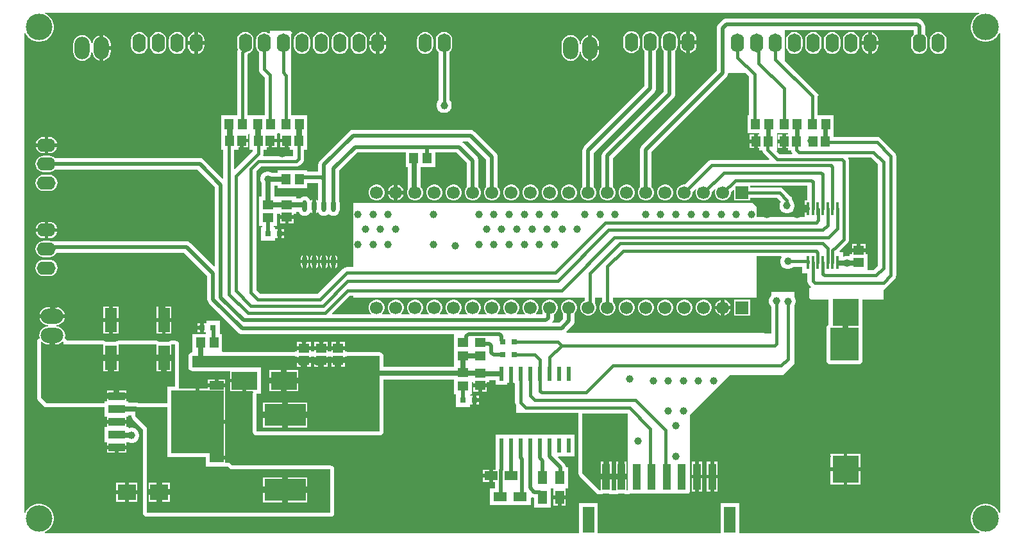
<source format=gtl>
G04*
G04 #@! TF.GenerationSoftware,Altium Limited,Altium Designer,22.9.1 (49)*
G04*
G04 Layer_Physical_Order=1*
G04 Layer_Color=255*
%FSLAX44Y44*%
%MOMM*%
G71*
G04*
G04 #@! TF.SameCoordinates,4021D898-2042-4C7D-8B7F-38EBD3721E5A*
G04*
G04*
G04 #@! TF.FilePolarity,Positive*
G04*
G01*
G75*
%ADD23R,1.1500X1.3500*%
%ADD24R,1.6000X3.2000*%
%ADD25R,1.4000X1.3000*%
%ADD26R,5.4102X2.8956*%
%ADD27R,1.9100X1.2350*%
%ADD28R,6.9900X8.3300*%
%ADD29R,2.1600X1.0200*%
%ADD30R,3.4000X2.4500*%
%ADD31R,2.4500X2.1500*%
%ADD32R,0.8000X0.8000*%
%ADD33R,1.3500X1.1500*%
%ADD34O,0.6000X1.5500*%
%ADD35R,1.3000X1.4000*%
%ADD36R,0.4500X1.8000*%
%ADD37R,3.5100X3.6500*%
%ADD38R,1.0000X3.5000*%
%ADD39R,1.5000X3.4000*%
%ADD40R,1.2300X1.8000*%
%ADD41R,1.8000X1.2300*%
%ADD42R,0.5580X1.8740*%
%ADD69C,1.0000*%
%ADD70C,0.4000*%
%ADD71C,0.5000*%
%ADD72C,0.7000*%
%ADD73C,0.8000*%
%ADD74C,0.6000*%
%ADD75O,2.0000X3.0000*%
%ADD76O,3.0000X2.0000*%
%ADD77O,1.7500X2.5000*%
%ADD78O,2.5000X1.7500*%
%ADD79C,3.5000*%
%ADD80C,1.7000*%
%ADD81R,1.7000X1.7000*%
%ADD82C,1.0000*%
G36*
X1267179Y692867D02*
X1265763Y692281D01*
X1262570Y690147D01*
X1259853Y687430D01*
X1257719Y684237D01*
X1256249Y680688D01*
X1255500Y676921D01*
Y673079D01*
X1256249Y669312D01*
X1257719Y665763D01*
X1259853Y662570D01*
X1262570Y659853D01*
X1265763Y657719D01*
X1269312Y656249D01*
X1273079Y655500D01*
X1276921D01*
X1280688Y656249D01*
X1284237Y657719D01*
X1287431Y659853D01*
X1290147Y662570D01*
X1292281Y665763D01*
X1292867Y667180D01*
X1294137Y666927D01*
Y33073D01*
X1292867Y32820D01*
X1292281Y34237D01*
X1290147Y37431D01*
X1287431Y40147D01*
X1284237Y42281D01*
X1280688Y43751D01*
X1276921Y44500D01*
X1273079D01*
X1269312Y43751D01*
X1265763Y42281D01*
X1262570Y40147D01*
X1259853Y37431D01*
X1257719Y34237D01*
X1256249Y30688D01*
X1255500Y26921D01*
Y23079D01*
X1256249Y19312D01*
X1257719Y15763D01*
X1259853Y12570D01*
X1262570Y9853D01*
X1265763Y7719D01*
X1267180Y7132D01*
X1266927Y5863D01*
X950000D01*
Y45000D01*
X925000D01*
Y5863D01*
X763000D01*
Y45000D01*
X738000D01*
Y5863D01*
X33073D01*
X32820Y7132D01*
X34237Y7719D01*
X37431Y9853D01*
X40147Y12570D01*
X42281Y15763D01*
X43751Y19312D01*
X44500Y23079D01*
Y26921D01*
X43751Y30688D01*
X42281Y34237D01*
X40147Y37431D01*
X37431Y40147D01*
X34237Y42281D01*
X30688Y43751D01*
X26921Y44500D01*
X23079D01*
X19312Y43751D01*
X15763Y42281D01*
X12570Y40147D01*
X9853Y37431D01*
X7719Y34237D01*
X7133Y32820D01*
X5863Y33073D01*
X5863Y666927D01*
X7133Y667180D01*
X7719Y665763D01*
X9853Y662570D01*
X12570Y659853D01*
X15763Y657719D01*
X19312Y656249D01*
X23079Y655500D01*
X26921D01*
X30688Y656249D01*
X34237Y657719D01*
X37431Y659853D01*
X40147Y662570D01*
X42281Y665763D01*
X43751Y669312D01*
X44500Y673079D01*
Y676921D01*
X43751Y680688D01*
X42281Y684237D01*
X40147Y687430D01*
X37431Y690147D01*
X34237Y692281D01*
X32820Y692867D01*
X33073Y694137D01*
X1266927D01*
X1267179Y692867D01*
D02*
G37*
%LPC*%
G36*
X885000Y669264D02*
Y657500D01*
X893343D01*
Y658750D01*
X892973Y661556D01*
X891890Y664171D01*
X890167Y666417D01*
X887921Y668140D01*
X885306Y669223D01*
X885000Y669264D01*
D02*
G37*
G36*
X880000D02*
X879694Y669223D01*
X877079Y668140D01*
X874833Y666417D01*
X873110Y664171D01*
X872027Y661556D01*
X871657Y658750D01*
Y657500D01*
X880000D01*
Y669264D01*
D02*
G37*
G36*
X1125000Y668264D02*
Y656500D01*
X1133343D01*
Y657750D01*
X1132973Y660556D01*
X1131890Y663171D01*
X1130167Y665417D01*
X1127921Y667140D01*
X1125306Y668223D01*
X1125000Y668264D01*
D02*
G37*
G36*
X1120000D02*
X1119694Y668223D01*
X1117079Y667140D01*
X1114833Y665417D01*
X1113110Y663171D01*
X1112027Y660556D01*
X1111657Y657750D01*
Y656500D01*
X1120000D01*
Y668264D01*
D02*
G37*
G36*
X475000D02*
Y656500D01*
X483343D01*
Y657750D01*
X482973Y660556D01*
X481890Y663171D01*
X480167Y665417D01*
X477921Y667140D01*
X475306Y668223D01*
X475000Y668264D01*
D02*
G37*
G36*
X470000D02*
X469694Y668223D01*
X467079Y667140D01*
X464833Y665417D01*
X463110Y663171D01*
X462027Y660556D01*
X461657Y657750D01*
Y656500D01*
X470000D01*
Y668264D01*
D02*
G37*
G36*
X235000D02*
Y656500D01*
X243343D01*
Y657750D01*
X242973Y660556D01*
X241890Y663171D01*
X240167Y665417D01*
X237921Y667140D01*
X235306Y668223D01*
X235000Y668264D01*
D02*
G37*
G36*
X230000D02*
X229694Y668223D01*
X227079Y667140D01*
X224833Y665417D01*
X223110Y663171D01*
X222027Y660556D01*
X221657Y657750D01*
Y656500D01*
X230000D01*
Y668264D01*
D02*
G37*
G36*
X755000Y664274D02*
Y650000D01*
X764604D01*
Y652500D01*
X764191Y655633D01*
X762982Y658552D01*
X761059Y661059D01*
X758552Y662982D01*
X755633Y664191D01*
X755000Y664274D01*
D02*
G37*
G36*
X110200D02*
Y650000D01*
X119804D01*
Y652500D01*
X119391Y655633D01*
X118182Y658552D01*
X116258Y661059D01*
X113752Y662982D01*
X110833Y664191D01*
X110200Y664274D01*
D02*
G37*
G36*
X893343Y652500D02*
X885000D01*
Y640736D01*
X885306Y640777D01*
X887921Y641860D01*
X890167Y643583D01*
X891890Y645829D01*
X892973Y648444D01*
X893343Y651250D01*
Y652500D01*
D02*
G37*
G36*
X880000D02*
X871657D01*
Y651250D01*
X872027Y648444D01*
X873110Y645829D01*
X874833Y643583D01*
X877079Y641860D01*
X879694Y640777D01*
X880000Y640736D01*
Y652500D01*
D02*
G37*
G36*
X807500Y669593D02*
X804694Y669223D01*
X802079Y668140D01*
X799833Y666417D01*
X798110Y664171D01*
X797027Y661556D01*
X796657Y658750D01*
Y651250D01*
X797027Y648444D01*
X798110Y645829D01*
X799833Y643583D01*
X802079Y641860D01*
X804694Y640777D01*
X807500Y640407D01*
X810306Y640777D01*
X812921Y641860D01*
X815167Y643583D01*
X816890Y645829D01*
X817973Y648444D01*
X818343Y651250D01*
Y658750D01*
X817973Y661556D01*
X816890Y664171D01*
X815167Y666417D01*
X812921Y668140D01*
X810306Y669223D01*
X807500Y669593D01*
D02*
G37*
G36*
X1133343Y651500D02*
X1125000D01*
Y639736D01*
X1125306Y639777D01*
X1127921Y640860D01*
X1130167Y642583D01*
X1131890Y644829D01*
X1132973Y647444D01*
X1133343Y650250D01*
Y651500D01*
D02*
G37*
G36*
X1120000D02*
X1111657D01*
Y650250D01*
X1112027Y647444D01*
X1113110Y644829D01*
X1114833Y642583D01*
X1117079Y640860D01*
X1119694Y639777D01*
X1120000Y639736D01*
Y651500D01*
D02*
G37*
G36*
X483343D02*
X475000D01*
Y639736D01*
X475306Y639777D01*
X477921Y640860D01*
X480167Y642583D01*
X481890Y644829D01*
X482973Y647444D01*
X483343Y650250D01*
Y651500D01*
D02*
G37*
G36*
X470000D02*
X461657D01*
Y650250D01*
X462027Y647444D01*
X463110Y644829D01*
X464833Y642583D01*
X467079Y640860D01*
X469694Y639777D01*
X470000Y639736D01*
Y651500D01*
D02*
G37*
G36*
X243343D02*
X235000D01*
Y639736D01*
X235306Y639777D01*
X237921Y640860D01*
X240167Y642583D01*
X241890Y644829D01*
X242973Y647444D01*
X243343Y650250D01*
Y651500D01*
D02*
G37*
G36*
X230000D02*
X221657D01*
Y650250D01*
X222027Y647444D01*
X223110Y644829D01*
X224833Y642583D01*
X227079Y640860D01*
X229694Y639777D01*
X230000Y639736D01*
Y651500D01*
D02*
G37*
G36*
X1212500Y668593D02*
X1209694Y668223D01*
X1207079Y667140D01*
X1204833Y665417D01*
X1203110Y663171D01*
X1202027Y660556D01*
X1201657Y657750D01*
Y650250D01*
X1202027Y647444D01*
X1203110Y644829D01*
X1204833Y642583D01*
X1207079Y640860D01*
X1209694Y639777D01*
X1212500Y639407D01*
X1215306Y639777D01*
X1217921Y640860D01*
X1220167Y642583D01*
X1221890Y644829D01*
X1222973Y647444D01*
X1223343Y650250D01*
Y657750D01*
X1222973Y660556D01*
X1221890Y663171D01*
X1220167Y665417D01*
X1217921Y667140D01*
X1215306Y668223D01*
X1212500Y668593D01*
D02*
G37*
G36*
X1184571Y686565D02*
X932929D01*
X930971Y686307D01*
X929147Y685551D01*
X927580Y684349D01*
X922151Y678920D01*
X920949Y677353D01*
X920193Y675529D01*
X919935Y673571D01*
Y617133D01*
X821251Y518449D01*
X820049Y516882D01*
X819293Y515058D01*
X819035Y513100D01*
Y463430D01*
X818198Y462593D01*
X816816Y460199D01*
X816100Y457528D01*
Y454764D01*
X816816Y452093D01*
X818198Y449699D01*
X820153Y447744D01*
X822547Y446362D01*
X825218Y445646D01*
X827982D01*
X830653Y446362D01*
X833047Y447744D01*
X835002Y449699D01*
X836384Y452093D01*
X837100Y454764D01*
Y457528D01*
X836384Y460199D01*
X835002Y462593D01*
X834165Y463430D01*
Y509967D01*
X932849Y608651D01*
X934051Y610218D01*
X934807Y612042D01*
X934936Y613021D01*
X935065Y614000D01*
X935065Y614000D01*
X958515D01*
X962940Y609576D01*
Y558250D01*
X960500D01*
Y534750D01*
X976500D01*
Y533000D01*
X974500D01*
Y524000D01*
Y515000D01*
X976500D01*
Y512000D01*
X980208D01*
X980337Y511016D01*
X981042Y509313D01*
X982165Y507851D01*
X989281Y500734D01*
X988795Y499560D01*
X913754D01*
X911927Y499320D01*
X910224Y498615D01*
X908762Y497492D01*
X877915Y466646D01*
X876018D01*
X873347Y465930D01*
X870953Y464548D01*
X868998Y462593D01*
X867616Y460199D01*
X866900Y457528D01*
Y454764D01*
X867616Y452093D01*
X868998Y449699D01*
X870953Y447744D01*
X873347Y446362D01*
X876018Y445646D01*
X878782D01*
X881453Y446362D01*
X883847Y447744D01*
X885802Y449699D01*
X887184Y452093D01*
X887900Y454764D01*
Y456661D01*
X891863Y460624D01*
X892936Y459901D01*
X892300Y457528D01*
Y454764D01*
X893016Y452093D01*
X894398Y449699D01*
X896353Y447744D01*
X898747Y446362D01*
X901418Y445646D01*
X904182D01*
X906853Y446362D01*
X909247Y447744D01*
X911202Y449699D01*
X912584Y452093D01*
X913300Y454764D01*
Y456661D01*
X917263Y460624D01*
X918336Y459901D01*
X917700Y457528D01*
Y454764D01*
X918416Y452093D01*
X919798Y449699D01*
X921753Y447744D01*
X924147Y446362D01*
X926818Y445646D01*
X929582D01*
X932253Y446362D01*
X934647Y447744D01*
X936602Y449699D01*
X937984Y452093D01*
X938700Y454764D01*
Y456661D01*
X941927Y459888D01*
X943100Y459402D01*
Y445646D01*
X964100D01*
Y449086D01*
X999930D01*
X1004557Y444458D01*
X1003468Y442573D01*
X1002787Y440029D01*
Y437397D01*
X1003468Y434853D01*
X1004785Y432573D01*
X1006647Y430711D01*
X1008927Y429394D01*
X1011470Y428713D01*
X1014103D01*
X1016647Y429394D01*
X1018927Y430711D01*
X1020789Y432573D01*
X1022105Y434853D01*
X1022787Y437397D01*
Y440029D01*
X1022105Y442573D01*
X1020789Y444853D01*
X1019847Y445795D01*
Y446213D01*
X1019607Y448040D01*
X1018902Y449743D01*
X1017779Y451205D01*
X1007846Y461138D01*
X1006384Y462261D01*
X1004681Y462966D01*
X1002854Y463206D01*
X964100D01*
Y465440D01*
X1039940D01*
Y448500D01*
X1039750D01*
Y445500D01*
X1036250D01*
Y423560D01*
X972500D01*
Y437500D01*
X967500Y442500D01*
X440000D01*
Y357560D01*
X431500D01*
X429673Y357320D01*
X427970Y356614D01*
X426507Y355492D01*
X393075Y322060D01*
X316924D01*
X312060Y326925D01*
Y484576D01*
X317924Y490440D01*
X365000D01*
X366827Y490680D01*
X368530Y491385D01*
X369992Y492508D01*
X372992Y495508D01*
X374114Y496970D01*
X374820Y498673D01*
X375060Y500500D01*
Y513000D01*
X379500D01*
Y534750D01*
X379500D01*
Y558250D01*
X358310D01*
Y611250D01*
Y650004D01*
X358343Y650250D01*
Y657750D01*
X358310Y657996D01*
Y665810D01*
X360000Y667500D01*
X357500Y670000D01*
X330000D01*
Y666981D01*
X328861Y666419D01*
X327921Y667140D01*
X325306Y668223D01*
X322500Y668593D01*
X319694Y668223D01*
X317079Y667140D01*
X314833Y665417D01*
X313110Y663171D01*
X312027Y660556D01*
X311657Y657750D01*
Y650250D01*
X312027Y647444D01*
X313110Y644829D01*
X314833Y642583D01*
X315440Y642118D01*
Y619000D01*
X315680Y617173D01*
X316385Y615470D01*
X317508Y614007D01*
X322940Y608576D01*
Y558250D01*
X300810D01*
Y638506D01*
X301031Y638794D01*
X301673Y640343D01*
X302921Y640860D01*
X305167Y642583D01*
X306890Y644829D01*
X307973Y647444D01*
X308343Y650250D01*
Y657750D01*
X307973Y660556D01*
X306890Y663171D01*
X305167Y665417D01*
X302921Y667140D01*
X300306Y668223D01*
X297500Y668593D01*
X294694Y668223D01*
X292079Y667140D01*
X289833Y665417D01*
X288110Y663171D01*
X287027Y660556D01*
X286657Y657750D01*
Y650250D01*
X287027Y647444D01*
X287857Y645440D01*
Y644975D01*
X287635Y644687D01*
X286930Y642984D01*
X286690Y641157D01*
Y558250D01*
X265500D01*
Y534750D01*
X265500D01*
Y513000D01*
X268690D01*
Y475168D01*
X267516Y474682D01*
X242849Y499349D01*
X241282Y500551D01*
X239458Y501307D01*
X237500Y501565D01*
X46495D01*
X46417Y501667D01*
X44171Y503390D01*
X41556Y504473D01*
X38750Y504843D01*
X31250D01*
X28444Y504473D01*
X25829Y503390D01*
X23583Y501667D01*
X21860Y499421D01*
X20777Y496806D01*
X20407Y494000D01*
X20777Y491194D01*
X21860Y488579D01*
X23583Y486333D01*
X25829Y484610D01*
X28444Y483527D01*
X31250Y483157D01*
X38750D01*
X41556Y483527D01*
X44171Y484610D01*
X46417Y486333D01*
X46495Y486435D01*
X234367D01*
X257435Y463367D01*
Y358922D01*
X256262Y358436D01*
X225349Y389349D01*
X223782Y390551D01*
X221958Y391307D01*
X220000Y391565D01*
X47929D01*
X47107Y391456D01*
X42804D01*
X41556Y391973D01*
X38750Y392343D01*
X31250D01*
X28444Y391973D01*
X25829Y390890D01*
X23583Y389167D01*
X21860Y386921D01*
X20777Y384306D01*
X20407Y381500D01*
X20777Y378694D01*
X21860Y376079D01*
X23583Y373833D01*
X25829Y372110D01*
X28444Y371027D01*
X31250Y370657D01*
X38750D01*
X41556Y371027D01*
X44171Y372110D01*
X46417Y373833D01*
X48140Y376079D01*
X48267Y376386D01*
X48643Y376435D01*
X216867D01*
X247435Y345867D01*
Y315000D01*
X247693Y313042D01*
X248449Y311218D01*
X249651Y309651D01*
X288151Y271151D01*
X289718Y269949D01*
X291542Y269193D01*
X293500Y268935D01*
X293500Y268935D01*
X572160D01*
X573250Y268500D01*
Y247000D01*
Y229500D01*
X573250D01*
X573250Y228500D01*
X573250D01*
Y226073D01*
X480098D01*
Y240000D01*
X479710Y241951D01*
X478605Y243605D01*
X476951Y244710D01*
X475000Y245098D01*
X432000D01*
Y246000D01*
X429000D01*
Y248000D01*
X411000D01*
Y246000D01*
X408000D01*
Y246000D01*
X406500D01*
Y248000D01*
X397500D01*
X388500D01*
Y246000D01*
X384000D01*
Y248000D01*
X375000D01*
X366000D01*
Y246000D01*
X363000D01*
Y245098D01*
X268000D01*
X267000Y245750D01*
Y269250D01*
X264000D01*
Y286500D01*
X246000D01*
Y284770D01*
X246000Y283500D01*
X244730Y283500D01*
X242500D01*
Y277500D01*
Y271500D01*
X245347D01*
X245840Y270230D01*
X245300Y269250D01*
X228000D01*
Y245750D01*
X227038Y245006D01*
X225549Y244710D01*
X223895Y243605D01*
X222790Y241951D01*
X222402Y240000D01*
Y225000D01*
X222790Y223049D01*
X223895Y221395D01*
X225549Y220290D01*
X227500Y219902D01*
X277500D01*
Y210000D01*
X296500D01*
Y207500D01*
X299000D01*
Y193250D01*
X307080D01*
X307746Y191980D01*
X307402Y190250D01*
Y140000D01*
X307790Y138049D01*
X308895Y136395D01*
X310549Y135290D01*
X312500Y134902D01*
X475000D01*
X476951Y135290D01*
X478605Y136395D01*
X479710Y138049D01*
X480098Y140000D01*
Y208927D01*
X573250D01*
Y189500D01*
X576000D01*
Y172500D01*
X594000D01*
Y174230D01*
X594000Y175500D01*
X595270Y175500D01*
X597500D01*
Y181500D01*
Y187500D01*
X595041D01*
X594412Y188770D01*
X594968Y189500D01*
X596750D01*
Y205500D01*
X598500D01*
Y203500D01*
X607500D01*
X616500D01*
Y205500D01*
X619500D01*
Y207770D01*
X627760D01*
Y201973D01*
X643340D01*
Y203753D01*
X643460Y204973D01*
X645750D01*
Y216343D01*
X650750D01*
Y204973D01*
X653040D01*
X653160Y203753D01*
Y201973D01*
X653890D01*
Y178050D01*
X654130Y176223D01*
X654836Y174520D01*
X655160Y174097D01*
Y164999D01*
X665065Y164932D01*
X665673Y164680D01*
X667500Y164440D01*
X737041D01*
X737402Y164000D01*
Y84500D01*
X737790Y82549D01*
X738895Y80895D01*
X761395Y58395D01*
X763049Y57290D01*
X765000Y56902D01*
X767000D01*
X768951Y57290D01*
X770013Y58000D01*
X777987D01*
X779049Y57290D01*
X781000Y56902D01*
X787000D01*
X788951Y57290D01*
X790013Y58000D01*
X797987D01*
X799049Y57290D01*
X801000Y56902D01*
X802500D01*
X804451Y57290D01*
X805513Y58000D01*
X822730D01*
X824000Y58000D01*
Y58000D01*
X824000D01*
Y58000D01*
X842730D01*
X844000Y58000D01*
Y58000D01*
X844000D01*
Y58000D01*
X862730D01*
X864000Y58000D01*
Y58000D01*
X864000D01*
Y58000D01*
X884000D01*
Y60000D01*
X884500D01*
Y162000D01*
X937500Y215000D01*
X1007500D01*
X1022500Y230000D01*
X1022500Y307140D01*
X1023318Y308557D01*
X1024000Y311101D01*
Y313734D01*
X1023318Y316277D01*
X1022500Y317695D01*
Y325000D01*
X992500D01*
Y320148D01*
X990998Y318646D01*
X989682Y316366D01*
X989000Y313822D01*
Y311189D01*
X989682Y308646D01*
X990998Y306366D01*
X991940Y305424D01*
Y270948D01*
X991020Y270072D01*
X974108Y270892D01*
X721886D01*
X721360Y272162D01*
X730349Y281151D01*
X730349Y281151D01*
X731551Y282718D01*
X732307Y284542D01*
X732565Y286500D01*
Y296716D01*
X733402Y297553D01*
X734784Y299947D01*
X735500Y302618D01*
Y305382D01*
X734784Y308053D01*
X733402Y310447D01*
X731447Y312402D01*
X729053Y313784D01*
X726382Y314500D01*
X723618D01*
X720947Y313784D01*
X718553Y312402D01*
X716598Y310447D01*
X715216Y308053D01*
X714500Y305382D01*
Y302618D01*
X715216Y299947D01*
X716598Y297553D01*
X717435Y296716D01*
Y289633D01*
X711867Y284065D01*
X703437D01*
X703045Y285335D01*
X704051Y286647D01*
X704807Y288471D01*
X705065Y290429D01*
Y295031D01*
X706047Y295598D01*
X708002Y297553D01*
X709384Y299947D01*
X710100Y302618D01*
Y305382D01*
X709384Y308053D01*
X708002Y310447D01*
X706047Y312402D01*
X703653Y313784D01*
X700982Y314500D01*
X698218D01*
X695547Y313784D01*
X693153Y312402D01*
X691198Y310447D01*
X689816Y308053D01*
X689100Y305382D01*
Y302618D01*
X689816Y299947D01*
X689935Y299740D01*
Y295065D01*
X681910D01*
X681384Y296335D01*
X682602Y297553D01*
X683984Y299947D01*
X684700Y302618D01*
Y305382D01*
X683984Y308053D01*
X682602Y310447D01*
X680647Y312402D01*
X678253Y313784D01*
X675582Y314500D01*
X672818D01*
X670147Y313784D01*
X667753Y312402D01*
X665798Y310447D01*
X664416Y308053D01*
X663700Y305382D01*
Y302618D01*
X664416Y299947D01*
X665798Y297553D01*
X667016Y296335D01*
X666490Y295065D01*
X656510D01*
X655984Y296335D01*
X657202Y297553D01*
X658584Y299947D01*
X659300Y302618D01*
Y305382D01*
X658584Y308053D01*
X657202Y310447D01*
X655247Y312402D01*
X652853Y313784D01*
X650182Y314500D01*
X647418D01*
X644747Y313784D01*
X642353Y312402D01*
X640398Y310447D01*
X639016Y308053D01*
X638300Y305382D01*
Y302618D01*
X639016Y299947D01*
X640398Y297553D01*
X641616Y296335D01*
X641090Y295065D01*
X631110D01*
X630584Y296335D01*
X631802Y297553D01*
X633184Y299947D01*
X633900Y302618D01*
Y305382D01*
X633184Y308053D01*
X631802Y310447D01*
X629847Y312402D01*
X627453Y313784D01*
X624782Y314500D01*
X622018D01*
X619347Y313784D01*
X616953Y312402D01*
X614998Y310447D01*
X613616Y308053D01*
X612900Y305382D01*
Y302618D01*
X613616Y299947D01*
X614998Y297553D01*
X616216Y296335D01*
X615690Y295065D01*
X605710D01*
X605184Y296335D01*
X606402Y297553D01*
X607784Y299947D01*
X608500Y302618D01*
Y305382D01*
X607784Y308053D01*
X606402Y310447D01*
X604447Y312402D01*
X602053Y313784D01*
X599382Y314500D01*
X596618D01*
X593947Y313784D01*
X591553Y312402D01*
X589598Y310447D01*
X588216Y308053D01*
X587500Y305382D01*
Y302618D01*
X588216Y299947D01*
X589598Y297553D01*
X590816Y296335D01*
X590290Y295065D01*
X580310D01*
X579784Y296335D01*
X581002Y297553D01*
X582384Y299947D01*
X583100Y302618D01*
Y305382D01*
X582384Y308053D01*
X581002Y310447D01*
X579047Y312402D01*
X576653Y313784D01*
X573982Y314500D01*
X571218D01*
X568547Y313784D01*
X566153Y312402D01*
X564198Y310447D01*
X562816Y308053D01*
X562100Y305382D01*
Y302618D01*
X562816Y299947D01*
X564198Y297553D01*
X565416Y296335D01*
X564890Y295065D01*
X554910D01*
X554384Y296335D01*
X555602Y297553D01*
X556984Y299947D01*
X557700Y302618D01*
Y305382D01*
X556984Y308053D01*
X555602Y310447D01*
X553647Y312402D01*
X551253Y313784D01*
X548582Y314500D01*
X545818D01*
X543147Y313784D01*
X540753Y312402D01*
X538798Y310447D01*
X537416Y308053D01*
X536700Y305382D01*
Y302618D01*
X537416Y299947D01*
X538798Y297553D01*
X540016Y296335D01*
X539490Y295065D01*
X529510D01*
X528984Y296335D01*
X530202Y297553D01*
X531584Y299947D01*
X532300Y302618D01*
Y305382D01*
X531584Y308053D01*
X530202Y310447D01*
X528247Y312402D01*
X525853Y313784D01*
X523182Y314500D01*
X520418D01*
X517747Y313784D01*
X515353Y312402D01*
X513398Y310447D01*
X512016Y308053D01*
X511300Y305382D01*
Y302618D01*
X512016Y299947D01*
X513398Y297553D01*
X514616Y296335D01*
X514090Y295065D01*
X504110D01*
X503584Y296335D01*
X504802Y297553D01*
X506184Y299947D01*
X506900Y302618D01*
Y305382D01*
X506184Y308053D01*
X504802Y310447D01*
X502847Y312402D01*
X500453Y313784D01*
X497782Y314500D01*
X495018D01*
X492347Y313784D01*
X489953Y312402D01*
X487998Y310447D01*
X486616Y308053D01*
X485900Y305382D01*
Y302618D01*
X486616Y299947D01*
X487998Y297553D01*
X489216Y296335D01*
X488690Y295065D01*
X478710D01*
X478184Y296335D01*
X479402Y297553D01*
X480784Y299947D01*
X481500Y302618D01*
Y305382D01*
X480784Y308053D01*
X479402Y310447D01*
X477447Y312402D01*
X475053Y313784D01*
X472382Y314500D01*
X469618D01*
X466947Y313784D01*
X464553Y312402D01*
X462598Y310447D01*
X461216Y308053D01*
X460500Y305382D01*
Y302618D01*
X461216Y299947D01*
X462598Y297553D01*
X463816Y296335D01*
X463290Y295065D01*
X412709D01*
X412223Y296238D01*
X435424Y319440D01*
X440000D01*
Y317500D01*
X745440D01*
Y313260D01*
X743953Y312402D01*
X741998Y310447D01*
X740616Y308053D01*
X739900Y305382D01*
Y302618D01*
X740616Y299947D01*
X741998Y297553D01*
X743953Y295598D01*
X746347Y294216D01*
X749018Y293500D01*
X751782D01*
X754453Y294216D01*
X756847Y295598D01*
X758802Y297553D01*
X760184Y299947D01*
X760900Y302618D01*
Y305382D01*
X760184Y308053D01*
X759560Y309134D01*
Y317500D01*
X768740D01*
Y311789D01*
X767398Y310447D01*
X766016Y308053D01*
X765300Y305382D01*
Y302618D01*
X766016Y299947D01*
X767398Y297553D01*
X769353Y295598D01*
X771747Y294216D01*
X774418Y293500D01*
X777182D01*
X779853Y294216D01*
X782247Y295598D01*
X784202Y297553D01*
X785584Y299947D01*
X786300Y302618D01*
Y305382D01*
X785584Y308053D01*
X784202Y310447D01*
X782860Y311789D01*
Y317500D01*
X972500D01*
Y371940D01*
X1004878D01*
X1005543Y370670D01*
X1004538Y368929D01*
X1003857Y366386D01*
Y363753D01*
X1004538Y361210D01*
X1005855Y358930D01*
X1007717Y357068D01*
X1009997Y355751D01*
X1012540Y355070D01*
X1015173D01*
X1017717Y355751D01*
X1019997Y357068D01*
X1020938Y358009D01*
X1033250D01*
Y349500D01*
X1039940D01*
Y338843D01*
X1040180Y337016D01*
X1040885Y335313D01*
X1042008Y333851D01*
X1044351Y331507D01*
X1044660Y331270D01*
X1044229Y330000D01*
X1042500D01*
Y317500D01*
X1045000Y315000D01*
X1067450D01*
Y281559D01*
X1066849Y281158D01*
X1066847Y281156D01*
X1066845Y281155D01*
X1066296Y280333D01*
X1065742Y279505D01*
X1065292Y278422D01*
X1065291Y278419D01*
X1065290Y278417D01*
X1065097Y277446D01*
X1064902Y276471D01*
X1064902Y276469D01*
X1064902Y276466D01*
Y234000D01*
X1065290Y232049D01*
X1066395Y230395D01*
X1068049Y229290D01*
X1070000Y228902D01*
X1107500D01*
X1109451Y229290D01*
X1111105Y230395D01*
X1112210Y232049D01*
X1112598Y234000D01*
Y277550D01*
X1112550Y277791D01*
Y315000D01*
X1140000D01*
Y326855D01*
X1143145Y330000D01*
X1143145D01*
X1144080Y330807D01*
X1144992Y331507D01*
X1154993Y341508D01*
X1156115Y342970D01*
X1156820Y344673D01*
X1157060Y346500D01*
Y504000D01*
X1156820Y505827D01*
X1156115Y507530D01*
X1154993Y508992D01*
X1136492Y527492D01*
X1135030Y528615D01*
X1133327Y529320D01*
X1131500Y529560D01*
X1074500D01*
Y534750D01*
Y558250D01*
X1053310D01*
Y583750D01*
X1053271Y584045D01*
X1054109Y585000D01*
X1055000D01*
X1010000Y630000D01*
Y671435D01*
X1179935D01*
Y665496D01*
X1179833Y665417D01*
X1178110Y663171D01*
X1177027Y660556D01*
X1176657Y657750D01*
Y650250D01*
X1177027Y647444D01*
X1178110Y644829D01*
X1179833Y642583D01*
X1182079Y640860D01*
X1184694Y639777D01*
X1187500Y639407D01*
X1190306Y639777D01*
X1192921Y640860D01*
X1195167Y642583D01*
X1196890Y644829D01*
X1197973Y647444D01*
X1198343Y650250D01*
Y657750D01*
X1197973Y660556D01*
X1196890Y663171D01*
X1195167Y665417D01*
X1195065Y665496D01*
Y676071D01*
X1194807Y678029D01*
X1194051Y679853D01*
X1192849Y681420D01*
X1189920Y684349D01*
X1188353Y685551D01*
X1186529Y686307D01*
X1184571Y686565D01*
D02*
G37*
G36*
X1097500Y668593D02*
X1094694Y668223D01*
X1092079Y667140D01*
X1089833Y665417D01*
X1088110Y663171D01*
X1087027Y660556D01*
X1086657Y657750D01*
Y650250D01*
X1087027Y647444D01*
X1088110Y644829D01*
X1089833Y642583D01*
X1092079Y640860D01*
X1094694Y639777D01*
X1097500Y639407D01*
X1100306Y639777D01*
X1102921Y640860D01*
X1105167Y642583D01*
X1106890Y644829D01*
X1107973Y647444D01*
X1108343Y650250D01*
Y657750D01*
X1107973Y660556D01*
X1106890Y663171D01*
X1105167Y665417D01*
X1102921Y667140D01*
X1100306Y668223D01*
X1097500Y668593D01*
D02*
G37*
G36*
X1072500D02*
X1069694Y668223D01*
X1067079Y667140D01*
X1064833Y665417D01*
X1063110Y663171D01*
X1062027Y660556D01*
X1061657Y657750D01*
Y650250D01*
X1062027Y647444D01*
X1063110Y644829D01*
X1064833Y642583D01*
X1067079Y640860D01*
X1069694Y639777D01*
X1072500Y639407D01*
X1075306Y639777D01*
X1077921Y640860D01*
X1080167Y642583D01*
X1081890Y644829D01*
X1082973Y647444D01*
X1083343Y650250D01*
Y657750D01*
X1082973Y660556D01*
X1081890Y663171D01*
X1080167Y665417D01*
X1077921Y667140D01*
X1075306Y668223D01*
X1072500Y668593D01*
D02*
G37*
G36*
X1047500D02*
X1044694Y668223D01*
X1042079Y667140D01*
X1039833Y665417D01*
X1038110Y663171D01*
X1037027Y660556D01*
X1036657Y657750D01*
Y650250D01*
X1037027Y647444D01*
X1038110Y644829D01*
X1039833Y642583D01*
X1042079Y640860D01*
X1044694Y639777D01*
X1047500Y639407D01*
X1050306Y639777D01*
X1052921Y640860D01*
X1055167Y642583D01*
X1056890Y644829D01*
X1057973Y647444D01*
X1058343Y650250D01*
Y657750D01*
X1057973Y660556D01*
X1056890Y663171D01*
X1055167Y665417D01*
X1052921Y667140D01*
X1050306Y668223D01*
X1047500Y668593D01*
D02*
G37*
G36*
X1022500D02*
X1019694Y668223D01*
X1017079Y667140D01*
X1014833Y665417D01*
X1013110Y663171D01*
X1012027Y660556D01*
X1011657Y657750D01*
Y650250D01*
X1012027Y647444D01*
X1013110Y644829D01*
X1014833Y642583D01*
X1017079Y640860D01*
X1019694Y639777D01*
X1022500Y639407D01*
X1025306Y639777D01*
X1027921Y640860D01*
X1030167Y642583D01*
X1031890Y644829D01*
X1032973Y647444D01*
X1033343Y650250D01*
Y657750D01*
X1032973Y660556D01*
X1031890Y663171D01*
X1030167Y665417D01*
X1027921Y667140D01*
X1025306Y668223D01*
X1022500Y668593D01*
D02*
G37*
G36*
X535000D02*
X532194Y668223D01*
X529579Y667140D01*
X527333Y665417D01*
X525610Y663171D01*
X524527Y660556D01*
X524157Y657750D01*
Y650250D01*
X524527Y647444D01*
X525610Y644829D01*
X527333Y642583D01*
X529579Y640860D01*
X532194Y639777D01*
X535000Y639407D01*
X537806Y639777D01*
X540421Y640860D01*
X542667Y642583D01*
X544390Y644829D01*
X545473Y647444D01*
X545843Y650250D01*
Y657750D01*
X545473Y660556D01*
X544390Y663171D01*
X542667Y665417D01*
X540421Y667140D01*
X537806Y668223D01*
X535000Y668593D01*
D02*
G37*
G36*
X447500D02*
X444694Y668223D01*
X442079Y667140D01*
X439833Y665417D01*
X438110Y663171D01*
X437027Y660556D01*
X436657Y657750D01*
Y650250D01*
X437027Y647444D01*
X438110Y644829D01*
X439833Y642583D01*
X442079Y640860D01*
X444694Y639777D01*
X447500Y639407D01*
X450306Y639777D01*
X452921Y640860D01*
X455167Y642583D01*
X456890Y644829D01*
X457973Y647444D01*
X458343Y650250D01*
Y657750D01*
X457973Y660556D01*
X456890Y663171D01*
X455167Y665417D01*
X452921Y667140D01*
X450306Y668223D01*
X447500Y668593D01*
D02*
G37*
G36*
X422500D02*
X419694Y668223D01*
X417079Y667140D01*
X414833Y665417D01*
X413110Y663171D01*
X412027Y660556D01*
X411657Y657750D01*
Y650250D01*
X412027Y647444D01*
X413110Y644829D01*
X414833Y642583D01*
X417079Y640860D01*
X419694Y639777D01*
X422500Y639407D01*
X425306Y639777D01*
X427921Y640860D01*
X430167Y642583D01*
X431890Y644829D01*
X432973Y647444D01*
X433343Y650250D01*
Y657750D01*
X432973Y660556D01*
X431890Y663171D01*
X430167Y665417D01*
X427921Y667140D01*
X425306Y668223D01*
X422500Y668593D01*
D02*
G37*
G36*
X397500D02*
X394694Y668223D01*
X392079Y667140D01*
X389833Y665417D01*
X388110Y663171D01*
X387027Y660556D01*
X386657Y657750D01*
Y650250D01*
X387027Y647444D01*
X388110Y644829D01*
X389833Y642583D01*
X392079Y640860D01*
X394694Y639777D01*
X397500Y639407D01*
X400306Y639777D01*
X402921Y640860D01*
X405167Y642583D01*
X406890Y644829D01*
X407973Y647444D01*
X408343Y650250D01*
Y657750D01*
X407973Y660556D01*
X406890Y663171D01*
X405167Y665417D01*
X402921Y667140D01*
X400306Y668223D01*
X397500Y668593D01*
D02*
G37*
G36*
X372500D02*
X369694Y668223D01*
X367079Y667140D01*
X364833Y665417D01*
X363110Y663171D01*
X362027Y660556D01*
X361657Y657750D01*
Y650250D01*
X362027Y647444D01*
X363110Y644829D01*
X364833Y642583D01*
X367079Y640860D01*
X369694Y639777D01*
X372500Y639407D01*
X375306Y639777D01*
X377921Y640860D01*
X380167Y642583D01*
X381890Y644829D01*
X382973Y647444D01*
X383343Y650250D01*
Y657750D01*
X382973Y660556D01*
X381890Y663171D01*
X380167Y665417D01*
X377921Y667140D01*
X375306Y668223D01*
X372500Y668593D01*
D02*
G37*
G36*
X207500D02*
X204694Y668223D01*
X202079Y667140D01*
X199833Y665417D01*
X198110Y663171D01*
X197027Y660556D01*
X196657Y657750D01*
Y650250D01*
X197027Y647444D01*
X198110Y644829D01*
X199833Y642583D01*
X202079Y640860D01*
X204694Y639777D01*
X207500Y639407D01*
X210306Y639777D01*
X212921Y640860D01*
X215167Y642583D01*
X216890Y644829D01*
X217973Y647444D01*
X218343Y650250D01*
Y657750D01*
X217973Y660556D01*
X216890Y663171D01*
X215167Y665417D01*
X212921Y667140D01*
X210306Y668223D01*
X207500Y668593D01*
D02*
G37*
G36*
X182500D02*
X179694Y668223D01*
X177079Y667140D01*
X174833Y665417D01*
X173110Y663171D01*
X172027Y660556D01*
X171657Y657750D01*
Y650250D01*
X172027Y647444D01*
X173110Y644829D01*
X174833Y642583D01*
X177079Y640860D01*
X179694Y639777D01*
X182500Y639407D01*
X185306Y639777D01*
X187921Y640860D01*
X190167Y642583D01*
X191890Y644829D01*
X192973Y647444D01*
X193343Y650250D01*
Y657750D01*
X192973Y660556D01*
X191890Y663171D01*
X190167Y665417D01*
X187921Y667140D01*
X185306Y668223D01*
X182500Y668593D01*
D02*
G37*
G36*
X157500D02*
X154694Y668223D01*
X152079Y667140D01*
X149833Y665417D01*
X148110Y663171D01*
X147027Y660556D01*
X146657Y657750D01*
Y650250D01*
X147027Y647444D01*
X148110Y644829D01*
X149833Y642583D01*
X152079Y640860D01*
X154694Y639777D01*
X157500Y639407D01*
X160306Y639777D01*
X162921Y640860D01*
X165167Y642583D01*
X166890Y644829D01*
X167973Y647444D01*
X168343Y650250D01*
Y657750D01*
X167973Y660556D01*
X166890Y663171D01*
X165167Y665417D01*
X162921Y667140D01*
X160306Y668223D01*
X157500Y668593D01*
D02*
G37*
G36*
X764604Y645000D02*
X755000D01*
Y630726D01*
X755633Y630809D01*
X758552Y632018D01*
X761059Y633941D01*
X762982Y636448D01*
X764191Y639367D01*
X764604Y642500D01*
Y645000D01*
D02*
G37*
G36*
X727100Y664604D02*
X723967Y664191D01*
X721048Y662982D01*
X718541Y661059D01*
X716618Y658552D01*
X715409Y655633D01*
X714996Y652500D01*
Y642500D01*
X715409Y639367D01*
X716618Y636448D01*
X718541Y633941D01*
X721048Y632018D01*
X723967Y630809D01*
X727100Y630396D01*
X730233Y630809D01*
X733152Y632018D01*
X735658Y633941D01*
X737582Y636448D01*
X738791Y639367D01*
X739159Y642166D01*
X740441D01*
X740809Y639367D01*
X742018Y636448D01*
X743941Y633941D01*
X746448Y632018D01*
X749367Y630809D01*
X750000Y630726D01*
Y647500D01*
Y664274D01*
X749367Y664191D01*
X746448Y662982D01*
X743941Y661059D01*
X742018Y658552D01*
X740809Y655633D01*
X740441Y652834D01*
X739159D01*
X738791Y655633D01*
X737582Y658552D01*
X735658Y661059D01*
X733152Y662982D01*
X730233Y664191D01*
X727100Y664604D01*
D02*
G37*
G36*
X119804Y645000D02*
X110200D01*
Y630726D01*
X110833Y630809D01*
X113752Y632018D01*
X116258Y633941D01*
X118182Y636448D01*
X119391Y639367D01*
X119804Y642500D01*
Y645000D01*
D02*
G37*
G36*
X82300Y664604D02*
X79167Y664191D01*
X76248Y662982D01*
X73741Y661059D01*
X71818Y658552D01*
X70609Y655633D01*
X70196Y652500D01*
Y642500D01*
X70609Y639367D01*
X71818Y636448D01*
X73741Y633941D01*
X76248Y632018D01*
X79167Y630809D01*
X82300Y630396D01*
X85433Y630809D01*
X88352Y632018D01*
X90858Y633941D01*
X92782Y636448D01*
X93991Y639367D01*
X94360Y642166D01*
X95640D01*
X96009Y639367D01*
X97218Y636448D01*
X99142Y633941D01*
X101648Y632018D01*
X104567Y630809D01*
X105200Y630726D01*
Y647500D01*
Y664274D01*
X104567Y664191D01*
X101648Y662982D01*
X99142Y661059D01*
X97218Y658552D01*
X96009Y655633D01*
X95640Y652834D01*
X94360D01*
X93991Y655633D01*
X92782Y658552D01*
X90858Y661059D01*
X88352Y662982D01*
X85433Y664191D01*
X82300Y664604D01*
D02*
G37*
G36*
X560000Y668593D02*
X557194Y668223D01*
X554579Y667140D01*
X552333Y665417D01*
X550610Y663171D01*
X549527Y660556D01*
X549157Y657750D01*
Y650250D01*
X549527Y647444D01*
X550610Y644829D01*
X552333Y642583D01*
X552940Y642118D01*
Y578582D01*
X551998Y577640D01*
X550681Y575360D01*
X550000Y572817D01*
Y570183D01*
X550681Y567640D01*
X551998Y565360D01*
X553860Y563498D01*
X556140Y562182D01*
X558684Y561500D01*
X561317D01*
X563860Y562182D01*
X566140Y563498D01*
X568002Y565360D01*
X569319Y567640D01*
X570000Y570183D01*
Y572817D01*
X569319Y575360D01*
X568002Y577640D01*
X567060Y578582D01*
Y642118D01*
X567667Y642583D01*
X569390Y644829D01*
X570473Y647444D01*
X570843Y650250D01*
Y657750D01*
X570473Y660556D01*
X569390Y663171D01*
X567667Y665417D01*
X565421Y667140D01*
X562806Y668223D01*
X560000Y668593D01*
D02*
G37*
G36*
X969500Y533000D02*
X963500D01*
Y526500D01*
X969500D01*
Y533000D01*
D02*
G37*
G36*
X38750Y529843D02*
X37500D01*
Y521500D01*
X49264D01*
X49223Y521806D01*
X48140Y524421D01*
X46417Y526667D01*
X44171Y528390D01*
X41556Y529473D01*
X38750Y529843D01*
D02*
G37*
G36*
X32500D02*
X31250D01*
X28444Y529473D01*
X25829Y528390D01*
X23583Y526667D01*
X21860Y524421D01*
X20777Y521806D01*
X20736Y521500D01*
X32500D01*
Y529843D01*
D02*
G37*
G36*
X969500Y521500D02*
X963500D01*
Y515000D01*
X969500D01*
Y521500D01*
D02*
G37*
G36*
X49264Y516500D02*
X37500D01*
Y508157D01*
X38750D01*
X41556Y508527D01*
X44171Y509610D01*
X46417Y511333D01*
X48140Y513579D01*
X49223Y516194D01*
X49264Y516500D01*
D02*
G37*
G36*
X32500D02*
X20736D01*
X20777Y516194D01*
X21860Y513579D01*
X23583Y511333D01*
X25829Y509610D01*
X28444Y508527D01*
X31250Y508157D01*
X32500D01*
Y516500D01*
D02*
G37*
G36*
X498900Y466347D02*
Y458646D01*
X506600D01*
X506184Y460199D01*
X504802Y462593D01*
X502847Y464548D01*
X500453Y465930D01*
X498900Y466347D01*
D02*
G37*
G36*
X493900Y466347D02*
X492347Y465930D01*
X489953Y464548D01*
X487998Y462593D01*
X486616Y460199D01*
X486199Y458646D01*
X493900D01*
Y466347D01*
D02*
G37*
G36*
X38750Y479843D02*
X31250D01*
X28444Y479473D01*
X25829Y478390D01*
X23583Y476667D01*
X21860Y474421D01*
X20777Y471806D01*
X20407Y469000D01*
X20777Y466194D01*
X21860Y463579D01*
X23583Y461333D01*
X25829Y459610D01*
X28444Y458527D01*
X31250Y458157D01*
X38750D01*
X41556Y458527D01*
X44171Y459610D01*
X46417Y461333D01*
X48140Y463579D01*
X49223Y466194D01*
X49593Y469000D01*
X49223Y471806D01*
X48140Y474421D01*
X46417Y476667D01*
X44171Y478390D01*
X41556Y479473D01*
X38750Y479843D01*
D02*
G37*
G36*
X506600Y453646D02*
X498900D01*
Y445946D01*
X500453Y446362D01*
X502847Y447744D01*
X504802Y449699D01*
X506184Y452093D01*
X506600Y453646D01*
D02*
G37*
G36*
X493900D02*
X486199D01*
X486616Y452093D01*
X487998Y449699D01*
X489953Y447744D01*
X492347Y446362D01*
X493900Y445946D01*
Y453646D01*
D02*
G37*
G36*
X853382Y466646D02*
X850618D01*
X847947Y465930D01*
X845553Y464548D01*
X843598Y462593D01*
X842216Y460199D01*
X841500Y457528D01*
Y454764D01*
X842216Y452093D01*
X843598Y449699D01*
X845553Y447744D01*
X847947Y446362D01*
X850618Y445646D01*
X853382D01*
X856053Y446362D01*
X858447Y447744D01*
X860402Y449699D01*
X861784Y452093D01*
X862500Y454764D01*
Y457528D01*
X861784Y460199D01*
X860402Y462593D01*
X858447Y464548D01*
X856053Y465930D01*
X853382Y466646D01*
D02*
G37*
G36*
X802582D02*
X799818D01*
X797147Y465930D01*
X794753Y464548D01*
X792798Y462593D01*
X791416Y460199D01*
X790700Y457528D01*
Y454764D01*
X791416Y452093D01*
X792798Y449699D01*
X794753Y447744D01*
X797147Y446362D01*
X799818Y445646D01*
X802582D01*
X805253Y446362D01*
X807647Y447744D01*
X809602Y449699D01*
X810984Y452093D01*
X811700Y454764D01*
Y457528D01*
X810984Y460199D01*
X809602Y462593D01*
X807647Y464548D01*
X805253Y465930D01*
X802582Y466646D01*
D02*
G37*
G36*
X857500Y669593D02*
X854694Y669223D01*
X852079Y668140D01*
X849833Y666417D01*
X848110Y664171D01*
X847027Y661556D01*
X846657Y658750D01*
Y651250D01*
X847027Y648444D01*
X848110Y645829D01*
X849833Y643583D01*
X849935Y643504D01*
Y589633D01*
X770451Y510149D01*
X769249Y508582D01*
X768493Y506758D01*
X768235Y504800D01*
Y463430D01*
X767398Y462593D01*
X766016Y460199D01*
X765300Y457528D01*
Y454764D01*
X766016Y452093D01*
X767398Y449699D01*
X769353Y447744D01*
X771747Y446362D01*
X774418Y445646D01*
X777182D01*
X779853Y446362D01*
X782247Y447744D01*
X784202Y449699D01*
X785584Y452093D01*
X786300Y454764D01*
Y457528D01*
X785584Y460199D01*
X784202Y462593D01*
X783365Y463430D01*
Y501667D01*
X862849Y581151D01*
X864051Y582718D01*
X864807Y584542D01*
X865065Y586500D01*
X865065Y586500D01*
Y643504D01*
X865167Y643583D01*
X866890Y645829D01*
X867973Y648444D01*
X868343Y651250D01*
Y658750D01*
X867973Y661556D01*
X866890Y664171D01*
X865167Y666417D01*
X862921Y668140D01*
X860306Y669223D01*
X857500Y669593D01*
D02*
G37*
G36*
X832500D02*
X829694Y669223D01*
X827079Y668140D01*
X824833Y666417D01*
X823110Y664171D01*
X822027Y661556D01*
X821657Y658750D01*
Y651250D01*
X822027Y648444D01*
X823110Y645829D01*
X824833Y643583D01*
X824935Y643504D01*
Y597133D01*
X745051Y517249D01*
X743849Y515682D01*
X743093Y513858D01*
X742835Y511900D01*
Y463430D01*
X741998Y462593D01*
X740616Y460199D01*
X739900Y457528D01*
Y454764D01*
X740616Y452093D01*
X741998Y449699D01*
X743953Y447744D01*
X746347Y446362D01*
X749018Y445646D01*
X751782D01*
X754453Y446362D01*
X756847Y447744D01*
X758802Y449699D01*
X760184Y452093D01*
X760900Y454764D01*
Y457528D01*
X760184Y460199D01*
X758802Y462593D01*
X757965Y463430D01*
Y508767D01*
X837849Y588651D01*
X839051Y590218D01*
X839807Y592042D01*
X839936Y593021D01*
X840065Y594000D01*
X840065Y594000D01*
Y643504D01*
X840167Y643583D01*
X841890Y645829D01*
X842973Y648444D01*
X843343Y651250D01*
Y658750D01*
X842973Y661556D01*
X841890Y664171D01*
X840167Y666417D01*
X837921Y668140D01*
X835306Y669223D01*
X832500Y669593D01*
D02*
G37*
G36*
X726382Y466646D02*
X723618D01*
X720947Y465930D01*
X718553Y464548D01*
X716598Y462593D01*
X715216Y460199D01*
X714500Y457528D01*
Y454764D01*
X715216Y452093D01*
X716598Y449699D01*
X718553Y447744D01*
X720947Y446362D01*
X723618Y445646D01*
X726382D01*
X729053Y446362D01*
X731447Y447744D01*
X733402Y449699D01*
X734784Y452093D01*
X735500Y454764D01*
Y457528D01*
X734784Y460199D01*
X733402Y462593D01*
X731447Y464548D01*
X729053Y465930D01*
X726382Y466646D01*
D02*
G37*
G36*
X700982D02*
X698218D01*
X695547Y465930D01*
X693153Y464548D01*
X691198Y462593D01*
X689816Y460199D01*
X689100Y457528D01*
Y454764D01*
X689816Y452093D01*
X691198Y449699D01*
X693153Y447744D01*
X695547Y446362D01*
X698218Y445646D01*
X700982D01*
X703653Y446362D01*
X706047Y447744D01*
X708002Y449699D01*
X709384Y452093D01*
X710100Y454764D01*
Y457528D01*
X709384Y460199D01*
X708002Y462593D01*
X706047Y464548D01*
X703653Y465930D01*
X700982Y466646D01*
D02*
G37*
G36*
X675582D02*
X672818D01*
X670147Y465930D01*
X667753Y464548D01*
X665798Y462593D01*
X664416Y460199D01*
X663700Y457528D01*
Y454764D01*
X664416Y452093D01*
X665798Y449699D01*
X667753Y447744D01*
X670147Y446362D01*
X672818Y445646D01*
X675582D01*
X678253Y446362D01*
X680647Y447744D01*
X682602Y449699D01*
X683984Y452093D01*
X684700Y454764D01*
Y457528D01*
X683984Y460199D01*
X682602Y462593D01*
X680647Y464548D01*
X678253Y465930D01*
X675582Y466646D01*
D02*
G37*
G36*
X650182D02*
X647418D01*
X644747Y465930D01*
X642353Y464548D01*
X640398Y462593D01*
X639016Y460199D01*
X638300Y457528D01*
Y454764D01*
X639016Y452093D01*
X640398Y449699D01*
X642353Y447744D01*
X644747Y446362D01*
X647418Y445646D01*
X650182D01*
X652853Y446362D01*
X655247Y447744D01*
X657202Y449699D01*
X658584Y452093D01*
X659300Y454764D01*
Y457528D01*
X658584Y460199D01*
X657202Y462593D01*
X655247Y464548D01*
X652853Y465930D01*
X650182Y466646D01*
D02*
G37*
G36*
X440000Y539065D02*
X438042Y538807D01*
X436218Y538051D01*
X434651Y536849D01*
X434651Y536849D01*
X396001Y498199D01*
X394799Y496632D01*
X394043Y494808D01*
X393785Y492850D01*
Y483865D01*
X379500D01*
Y485750D01*
X340500D01*
Y482573D01*
X332650D01*
X331360Y483318D01*
X328817Y484000D01*
X326184D01*
X323640Y483318D01*
X321360Y482002D01*
X319498Y480140D01*
X318181Y477860D01*
X317500Y475317D01*
Y472683D01*
X318181Y470140D01*
X318927Y468849D01*
Y451000D01*
X315750D01*
Y429500D01*
Y412000D01*
X319935D01*
Y410500D01*
X318500D01*
Y392500D01*
X336500D01*
Y394230D01*
X336500Y395500D01*
X337770Y395500D01*
X340000D01*
Y401500D01*
Y407500D01*
X336500D01*
X336500Y408770D01*
Y410500D01*
X335065D01*
Y412000D01*
X339250D01*
Y427952D01*
X340500Y428000D01*
Y428000D01*
X343500D01*
Y426000D01*
X352500D01*
X361500D01*
Y428000D01*
X364500D01*
Y430927D01*
X368253D01*
X368962Y429216D01*
X370244Y427544D01*
X371916Y426262D01*
X373862Y425456D01*
X375950Y425181D01*
X378038Y425456D01*
X379985Y426262D01*
X381656Y427544D01*
X382938Y429216D01*
X383270Y430016D01*
X384703Y430158D01*
X385045Y429645D01*
X386150Y428907D01*
Y438000D01*
Y447093D01*
X385045Y446355D01*
X384703Y445842D01*
X383270Y445984D01*
X382938Y446785D01*
X381656Y448456D01*
X379985Y449738D01*
X378038Y450544D01*
X375950Y450819D01*
X373862Y450544D01*
X371916Y449738D01*
X370244Y448456D01*
X369951Y448073D01*
X364500D01*
Y451000D01*
X340500D01*
Y451000D01*
X339250Y451000D01*
Y451000D01*
X336073D01*
Y465427D01*
X340500D01*
Y462250D01*
X379500D01*
Y468735D01*
X393785D01*
Y446350D01*
X392515Y445965D01*
X392255Y446355D01*
X391150Y447093D01*
Y438000D01*
Y428907D01*
X392255Y429645D01*
X392597Y430158D01*
X394030Y430016D01*
X394362Y429216D01*
X395644Y427544D01*
X397315Y426262D01*
X399262Y425456D01*
X401350Y425181D01*
X403438Y425456D01*
X405384Y426262D01*
X407056Y427544D01*
X407065Y427556D01*
X408335D01*
X408344Y427544D01*
X410015Y426262D01*
X411962Y425456D01*
X414050Y425181D01*
X416138Y425456D01*
X418084Y426262D01*
X419756Y427544D01*
X421038Y429216D01*
X421844Y431162D01*
X422119Y433250D01*
Y442750D01*
X421844Y444838D01*
X421615Y445392D01*
Y484917D01*
X445633Y508935D01*
X509250D01*
Y489750D01*
X512327D01*
Y460738D01*
X512016Y460199D01*
X511300Y457528D01*
Y454764D01*
X512016Y452093D01*
X513398Y449699D01*
X515353Y447744D01*
X517747Y446362D01*
X520418Y445646D01*
X523182D01*
X525853Y446362D01*
X528247Y447744D01*
X530202Y449699D01*
X531584Y452093D01*
X532300Y454764D01*
Y457528D01*
X531584Y460199D01*
X530202Y462593D01*
X529473Y463322D01*
Y489750D01*
X548250D01*
Y508935D01*
X576867D01*
X590435Y495367D01*
Y463430D01*
X589598Y462593D01*
X588216Y460199D01*
X587500Y457528D01*
Y454764D01*
X588216Y452093D01*
X589598Y449699D01*
X591553Y447744D01*
X593947Y446362D01*
X596618Y445646D01*
X599382D01*
X602053Y446362D01*
X604447Y447744D01*
X606402Y449699D01*
X607784Y452093D01*
X608500Y454764D01*
Y457528D01*
X607784Y460199D01*
X606402Y462593D01*
X605565Y463430D01*
Y498500D01*
X605307Y500458D01*
X604551Y502282D01*
X603349Y503849D01*
X585349Y521849D01*
X584285Y522665D01*
X584716Y523935D01*
X591867D01*
X615835Y499967D01*
Y463430D01*
X614998Y462593D01*
X613616Y460199D01*
X612900Y457528D01*
Y454764D01*
X613616Y452093D01*
X614998Y449699D01*
X616953Y447744D01*
X619347Y446362D01*
X622018Y445646D01*
X624782D01*
X627453Y446362D01*
X629847Y447744D01*
X631802Y449699D01*
X633184Y452093D01*
X633900Y454764D01*
Y457528D01*
X633184Y460199D01*
X631802Y462593D01*
X630965Y463430D01*
Y503100D01*
X630707Y505058D01*
X629951Y506882D01*
X628749Y508449D01*
X628749Y508449D01*
X600349Y536849D01*
X598782Y538051D01*
X596958Y538807D01*
X595000Y539065D01*
X440000D01*
X440000Y539065D01*
D02*
G37*
G36*
X573982Y466646D02*
X571218D01*
X568547Y465930D01*
X566153Y464548D01*
X564198Y462593D01*
X562816Y460199D01*
X562100Y457528D01*
Y454764D01*
X562816Y452093D01*
X564198Y449699D01*
X566153Y447744D01*
X568547Y446362D01*
X571218Y445646D01*
X573982D01*
X576653Y446362D01*
X579047Y447744D01*
X581002Y449699D01*
X582384Y452093D01*
X583100Y454764D01*
Y457528D01*
X582384Y460199D01*
X581002Y462593D01*
X579047Y464548D01*
X576653Y465930D01*
X573982Y466646D01*
D02*
G37*
G36*
X548582D02*
X545818D01*
X543147Y465930D01*
X540753Y464548D01*
X538798Y462593D01*
X537416Y460199D01*
X536700Y457528D01*
Y454764D01*
X537416Y452093D01*
X538798Y449699D01*
X540753Y447744D01*
X543147Y446362D01*
X545818Y445646D01*
X548582D01*
X551253Y446362D01*
X553647Y447744D01*
X555602Y449699D01*
X556984Y452093D01*
X557700Y454764D01*
Y457528D01*
X556984Y460199D01*
X555602Y462593D01*
X553647Y464548D01*
X551253Y465930D01*
X548582Y466646D01*
D02*
G37*
G36*
X472382D02*
X469618D01*
X466947Y465930D01*
X464553Y464548D01*
X462598Y462593D01*
X461216Y460199D01*
X460500Y457528D01*
Y454764D01*
X461216Y452093D01*
X462598Y449699D01*
X464553Y447744D01*
X466947Y446362D01*
X469618Y445646D01*
X472382D01*
X475053Y446362D01*
X477447Y447744D01*
X479402Y449699D01*
X480784Y452093D01*
X481500Y454764D01*
Y457528D01*
X480784Y460199D01*
X479402Y462593D01*
X477447Y464548D01*
X475053Y465930D01*
X472382Y466646D01*
D02*
G37*
G36*
X361500Y421000D02*
X355000D01*
Y415000D01*
X361500D01*
Y421000D01*
D02*
G37*
G36*
X350000D02*
X343500D01*
Y415000D01*
X350000D01*
Y421000D01*
D02*
G37*
G36*
X38750Y417343D02*
X37500D01*
Y409000D01*
X49264D01*
X49223Y409306D01*
X48140Y411921D01*
X46417Y414167D01*
X44171Y415890D01*
X41556Y416973D01*
X38750Y417343D01*
D02*
G37*
G36*
X32500D02*
X31250D01*
X28444Y416973D01*
X25829Y415890D01*
X23583Y414167D01*
X21860Y411921D01*
X20777Y409306D01*
X20736Y409000D01*
X32500D01*
Y417343D01*
D02*
G37*
G36*
X345000Y407500D02*
Y404000D01*
X348500D01*
Y407500D01*
X345000D01*
D02*
G37*
G36*
X49264Y404000D02*
X37500D01*
Y395657D01*
X38750D01*
X41556Y396027D01*
X44171Y397110D01*
X46417Y398833D01*
X48140Y401079D01*
X49223Y403694D01*
X49264Y404000D01*
D02*
G37*
G36*
X32500D02*
X20736D01*
X20777Y403694D01*
X21860Y401079D01*
X23583Y398833D01*
X25829Y397110D01*
X28444Y396027D01*
X31250Y395657D01*
X32500D01*
Y404000D01*
D02*
G37*
G36*
X348500Y399000D02*
X345000D01*
Y395500D01*
X348500D01*
Y399000D01*
D02*
G37*
G36*
X416550Y374093D02*
Y367500D01*
X419148D01*
Y369750D01*
X418760Y371701D01*
X417655Y373355D01*
X416550Y374093D01*
D02*
G37*
G36*
X378450D02*
Y367500D01*
X381048D01*
Y369750D01*
X380660Y371701D01*
X379555Y373355D01*
X378450Y374093D01*
D02*
G37*
G36*
X403850D02*
Y367500D01*
X406448D01*
Y369750D01*
X406060Y371701D01*
X404955Y373355D01*
X403850Y374093D01*
D02*
G37*
G36*
X391150D02*
Y367500D01*
X393748D01*
Y369750D01*
X393360Y371701D01*
X392255Y373355D01*
X391150Y374093D01*
D02*
G37*
G36*
X411550Y374093D02*
X410445Y373355D01*
X409340Y371701D01*
X408952Y369750D01*
Y367500D01*
X411550D01*
Y374093D01*
D02*
G37*
G36*
X373450D02*
X372345Y373355D01*
X371240Y371701D01*
X370852Y369750D01*
Y367500D01*
X373450D01*
Y374093D01*
D02*
G37*
G36*
X398850D02*
X397745Y373355D01*
X396640Y371701D01*
X396252Y369750D01*
Y367500D01*
X398850D01*
Y374093D01*
D02*
G37*
G36*
X386150D02*
X385045Y373355D01*
X383940Y371701D01*
X383552Y369750D01*
Y367500D01*
X386150D01*
Y374093D01*
D02*
G37*
G36*
X411550Y362500D02*
X408952D01*
Y360250D01*
X409340Y358299D01*
X410445Y356645D01*
X411550Y355907D01*
Y362500D01*
D02*
G37*
G36*
X398850D02*
X396252D01*
Y360250D01*
X396640Y358299D01*
X397745Y356645D01*
X398850Y355907D01*
Y362500D01*
D02*
G37*
G36*
X386150D02*
X383552D01*
Y360250D01*
X383940Y358299D01*
X385045Y356645D01*
X386150Y355907D01*
Y362500D01*
D02*
G37*
G36*
X373450D02*
X370852D01*
Y360250D01*
X371240Y358299D01*
X372345Y356645D01*
X373450Y355907D01*
Y362500D01*
D02*
G37*
G36*
X419148D02*
X416550D01*
Y355907D01*
X417655Y356645D01*
X418760Y358299D01*
X419148Y360250D01*
Y362500D01*
D02*
G37*
G36*
X406448D02*
X403850D01*
Y355907D01*
X404955Y356645D01*
X406060Y358299D01*
X406448Y360250D01*
Y362500D01*
D02*
G37*
G36*
X393748D02*
X391150D01*
Y355907D01*
X392255Y356645D01*
X393360Y358299D01*
X393748Y360250D01*
Y362500D01*
D02*
G37*
G36*
X381048D02*
X378450D01*
Y355907D01*
X379555Y356645D01*
X380660Y358299D01*
X381048Y360250D01*
Y362500D01*
D02*
G37*
G36*
X38750Y367343D02*
X31250D01*
X28444Y366973D01*
X25829Y365890D01*
X23583Y364167D01*
X21860Y361921D01*
X20777Y359306D01*
X20407Y356500D01*
X20777Y353694D01*
X21860Y351079D01*
X23583Y348833D01*
X25829Y347110D01*
X28444Y346027D01*
X31250Y345657D01*
X38750D01*
X41556Y346027D01*
X44171Y347110D01*
X46417Y348833D01*
X48140Y351079D01*
X49223Y353694D01*
X49593Y356500D01*
X49223Y359306D01*
X48140Y361921D01*
X46417Y364167D01*
X44171Y365890D01*
X41556Y366973D01*
X38750Y367343D01*
D02*
G37*
G36*
X930700Y314200D02*
Y306500D01*
X938400D01*
X937984Y308053D01*
X936602Y310447D01*
X934647Y312402D01*
X932253Y313784D01*
X930700Y314200D01*
D02*
G37*
G36*
X925700Y314200D02*
X924147Y313784D01*
X921753Y312402D01*
X919798Y310447D01*
X918416Y308053D01*
X917999Y306500D01*
X925700D01*
Y314200D01*
D02*
G37*
G36*
X47500Y304804D02*
X45000D01*
Y295200D01*
X59275D01*
X59191Y295833D01*
X57982Y298752D01*
X56059Y301259D01*
X53552Y303182D01*
X50633Y304391D01*
X47500Y304804D01*
D02*
G37*
G36*
X40000D02*
X37500D01*
X34367Y304391D01*
X31448Y303182D01*
X28942Y301259D01*
X27018Y298752D01*
X25809Y295833D01*
X25726Y295200D01*
X40000D01*
Y304804D01*
D02*
G37*
G36*
X938400Y301500D02*
X930700D01*
Y293799D01*
X932253Y294216D01*
X934647Y295598D01*
X936602Y297553D01*
X937984Y299947D01*
X938400Y301500D01*
D02*
G37*
G36*
X925700D02*
X917999D01*
X918416Y299947D01*
X919798Y297553D01*
X921753Y295598D01*
X924147Y294216D01*
X925700Y293799D01*
Y301500D01*
D02*
G37*
G36*
X964100Y314500D02*
X943100D01*
Y293500D01*
X964100D01*
Y314500D01*
D02*
G37*
G36*
X904182D02*
X901418D01*
X898747Y313784D01*
X896353Y312402D01*
X894398Y310447D01*
X893016Y308053D01*
X892300Y305382D01*
Y302618D01*
X893016Y299947D01*
X894398Y297553D01*
X896353Y295598D01*
X898747Y294216D01*
X901418Y293500D01*
X904182D01*
X906853Y294216D01*
X909247Y295598D01*
X911202Y297553D01*
X912584Y299947D01*
X913300Y302618D01*
Y305382D01*
X912584Y308053D01*
X911202Y310447D01*
X909247Y312402D01*
X906853Y313784D01*
X904182Y314500D01*
D02*
G37*
G36*
X878782D02*
X876018D01*
X873347Y313784D01*
X870953Y312402D01*
X868998Y310447D01*
X867616Y308053D01*
X866900Y305382D01*
Y302618D01*
X867616Y299947D01*
X868998Y297553D01*
X870953Y295598D01*
X873347Y294216D01*
X876018Y293500D01*
X878782D01*
X881453Y294216D01*
X883847Y295598D01*
X885802Y297553D01*
X887184Y299947D01*
X887900Y302618D01*
Y305382D01*
X887184Y308053D01*
X885802Y310447D01*
X883847Y312402D01*
X881453Y313784D01*
X878782Y314500D01*
D02*
G37*
G36*
X853382D02*
X850618D01*
X847947Y313784D01*
X845553Y312402D01*
X843598Y310447D01*
X842216Y308053D01*
X841500Y305382D01*
Y302618D01*
X842216Y299947D01*
X843598Y297553D01*
X845553Y295598D01*
X847947Y294216D01*
X850618Y293500D01*
X853382D01*
X856053Y294216D01*
X858447Y295598D01*
X860402Y297553D01*
X861784Y299947D01*
X862500Y302618D01*
Y305382D01*
X861784Y308053D01*
X860402Y310447D01*
X858447Y312402D01*
X856053Y313784D01*
X853382Y314500D01*
D02*
G37*
G36*
X827982D02*
X825218D01*
X822547Y313784D01*
X820153Y312402D01*
X818198Y310447D01*
X816816Y308053D01*
X816100Y305382D01*
Y302618D01*
X816816Y299947D01*
X818198Y297553D01*
X820153Y295598D01*
X822547Y294216D01*
X825218Y293500D01*
X827982D01*
X830653Y294216D01*
X833047Y295598D01*
X835002Y297553D01*
X836384Y299947D01*
X837100Y302618D01*
Y305382D01*
X836384Y308053D01*
X835002Y310447D01*
X833047Y312402D01*
X830653Y313784D01*
X827982Y314500D01*
D02*
G37*
G36*
X802582D02*
X799818D01*
X797147Y313784D01*
X794753Y312402D01*
X792798Y310447D01*
X791416Y308053D01*
X790700Y305382D01*
Y302618D01*
X791416Y299947D01*
X792798Y297553D01*
X794753Y295598D01*
X797147Y294216D01*
X799818Y293500D01*
X802582D01*
X805253Y294216D01*
X807647Y295598D01*
X809602Y297553D01*
X810984Y299947D01*
X811700Y302618D01*
Y305382D01*
X810984Y308053D01*
X809602Y310447D01*
X807647Y312402D01*
X805253Y313784D01*
X802582Y314500D01*
D02*
G37*
G36*
X130000Y305500D02*
X122500D01*
Y290000D01*
X130000D01*
Y305500D01*
D02*
G37*
G36*
X117500D02*
X110000D01*
Y290000D01*
X117500D01*
Y305500D01*
D02*
G37*
G36*
X200000D02*
X192500D01*
Y290000D01*
X200000D01*
Y305500D01*
D02*
G37*
G36*
X187500D02*
X180000D01*
Y290000D01*
X187500D01*
Y305500D01*
D02*
G37*
G36*
X237500Y283500D02*
X234000D01*
Y280000D01*
X237500D01*
Y283500D01*
D02*
G37*
G36*
Y275000D02*
X234000D01*
Y271500D01*
X237500D01*
Y275000D01*
D02*
G37*
G36*
X200000Y285000D02*
X192500D01*
Y269500D01*
X200000D01*
Y285000D01*
D02*
G37*
G36*
X187500D02*
X180000D01*
Y269500D01*
X187500D01*
Y285000D01*
D02*
G37*
G36*
X130000Y285000D02*
X122500D01*
Y269500D01*
X130000D01*
Y285000D01*
D02*
G37*
G36*
X117500D02*
X110000D01*
Y269500D01*
X117500D01*
Y285000D01*
D02*
G37*
G36*
X429000Y259000D02*
X422500D01*
Y253000D01*
X429000D01*
Y259000D01*
D02*
G37*
G36*
X417500D02*
X411000D01*
Y253000D01*
X417500D01*
Y259000D01*
D02*
G37*
G36*
X384000Y259000D02*
X377500D01*
Y253000D01*
X384000D01*
Y259000D01*
D02*
G37*
G36*
X406500D02*
X400000D01*
Y253000D01*
X406500D01*
Y259000D01*
D02*
G37*
G36*
X372500D02*
X366000D01*
Y253000D01*
X372500D01*
Y259000D01*
D02*
G37*
G36*
X395000D02*
X388500D01*
Y253000D01*
X395000D01*
Y259000D01*
D02*
G37*
G36*
X271200Y209000D02*
X262150D01*
Y203325D01*
X271200D01*
Y209000D01*
D02*
G37*
G36*
X257150D02*
X248100D01*
Y203325D01*
X257150D01*
Y209000D01*
D02*
G37*
G36*
X294000Y205000D02*
X277500D01*
Y193250D01*
X294000D01*
Y205000D01*
D02*
G37*
G36*
X616500Y198500D02*
X610000D01*
Y192500D01*
X616500D01*
Y198500D01*
D02*
G37*
G36*
X605000D02*
X598500D01*
Y192500D01*
X605000D01*
Y198500D01*
D02*
G37*
G36*
X602500Y187500D02*
Y184000D01*
X606000D01*
Y187500D01*
X602500D01*
D02*
G37*
G36*
X606000Y179000D02*
X602500D01*
Y175500D01*
X606000D01*
Y179000D01*
D02*
G37*
G36*
X271200Y198325D02*
X259650D01*
X248100D01*
Y196650D01*
X236750D01*
Y155500D01*
X271200D01*
Y192650D01*
Y198325D01*
D02*
G37*
G36*
X140300Y150500D02*
X127500D01*
X114700D01*
Y146100D01*
X111700D01*
Y125900D01*
X114700D01*
Y121500D01*
X127500D01*
X140300D01*
Y125900D01*
X143262D01*
X143640Y125681D01*
X146184Y125000D01*
X148816D01*
X151360Y125681D01*
X153640Y126998D01*
X155502Y128860D01*
X156819Y131140D01*
X157500Y133684D01*
Y136316D01*
X156819Y138860D01*
X155502Y141140D01*
X153640Y143002D01*
X151360Y144319D01*
X148816Y145000D01*
X146184D01*
X144570Y144568D01*
X143300Y145536D01*
Y146100D01*
X140300D01*
Y150500D01*
D02*
G37*
G36*
Y116500D02*
X130000D01*
Y111900D01*
X140300D01*
Y116500D01*
D02*
G37*
G36*
X125000D02*
X114700D01*
Y111900D01*
X125000D01*
Y116500D01*
D02*
G37*
G36*
X1109550Y110550D02*
X1092500D01*
Y92800D01*
X1109550D01*
Y110550D01*
D02*
G37*
G36*
X1087500D02*
X1070450D01*
Y92800D01*
X1087500D01*
Y110550D01*
D02*
G37*
G36*
X619550Y89800D02*
X611050D01*
Y84150D01*
X619550D01*
Y89800D01*
D02*
G37*
G36*
X901000Y100000D02*
X896500D01*
Y83000D01*
X901000D01*
Y100000D01*
D02*
G37*
G36*
X921000D02*
X916500D01*
Y83000D01*
X921000D01*
Y100000D01*
D02*
G37*
G36*
X911500D02*
X907000D01*
Y83000D01*
X911500D01*
Y100000D01*
D02*
G37*
G36*
X891500D02*
X887000D01*
Y83000D01*
X891500D01*
Y100000D01*
D02*
G37*
G36*
X619550Y79150D02*
X611050D01*
Y73500D01*
X619550D01*
Y79150D01*
D02*
G37*
G36*
X1109550Y87800D02*
X1092500D01*
Y70050D01*
X1109550D01*
Y87800D01*
D02*
G37*
G36*
X1087500D02*
X1070450D01*
Y70050D01*
X1087500D01*
Y87800D01*
D02*
G37*
G36*
X155250Y72750D02*
X143500D01*
Y62500D01*
X155250D01*
Y72750D01*
D02*
G37*
G36*
X138500D02*
X126750D01*
Y62500D01*
X138500D01*
Y72750D01*
D02*
G37*
G36*
X921000Y78000D02*
X916500D01*
Y61000D01*
X921000D01*
Y78000D01*
D02*
G37*
G36*
X911500D02*
X907000D01*
Y61000D01*
X911500D01*
Y78000D01*
D02*
G37*
G36*
X901000D02*
X896500D01*
Y61000D01*
X901000D01*
Y78000D01*
D02*
G37*
G36*
X891500D02*
X887000D01*
Y61000D01*
X891500D01*
Y78000D01*
D02*
G37*
G36*
X732240Y136027D02*
X627760D01*
Y107287D01*
X627985D01*
Y91517D01*
X627943Y91415D01*
X627730Y89800D01*
X624550D01*
Y81650D01*
Y73500D01*
X627685D01*
Y65150D01*
X620400D01*
Y42850D01*
X674600D01*
Y52407D01*
X675870Y53120D01*
X677142Y52593D01*
X678850Y52368D01*
Y39400D01*
X701150D01*
Y63813D01*
X701350Y65000D01*
X704181D01*
X704350Y63800D01*
X704350Y63730D01*
Y55300D01*
X712500D01*
X720650D01*
Y63730D01*
X720650Y63800D01*
X720819Y65000D01*
X723650D01*
Y93000D01*
X720916D01*
X720715Y94529D01*
X719959Y96354D01*
X718757Y97920D01*
X718757Y97920D01*
X710563Y106114D01*
X711049Y107287D01*
X732240D01*
Y136027D01*
D02*
G37*
G36*
X155250Y57500D02*
X143500D01*
Y47250D01*
X155250D01*
Y57500D01*
D02*
G37*
G36*
X138500D02*
X126750D01*
Y47250D01*
X138500D01*
Y57500D01*
D02*
G37*
G36*
X720650Y50300D02*
X715000D01*
Y41800D01*
X720650D01*
Y50300D01*
D02*
G37*
G36*
X710000D02*
X704350D01*
Y41800D01*
X710000D01*
Y50300D01*
D02*
G37*
G36*
X59275Y290200D02*
X42500D01*
X25726D01*
X25809Y289567D01*
X27018Y286648D01*
X28942Y284142D01*
X31448Y282218D01*
X34367Y281009D01*
X37166Y280641D01*
Y279359D01*
X34367Y278991D01*
X31448Y277782D01*
X28942Y275858D01*
X27018Y273352D01*
X25809Y270433D01*
X25396Y267300D01*
X25809Y264167D01*
X25549Y263354D01*
X24859Y262893D01*
X24139Y262477D01*
X24036Y262343D01*
X23895Y262249D01*
X23434Y261559D01*
X22928Y260899D01*
X22884Y260736D01*
X22790Y260595D01*
X22628Y259781D01*
X22413Y258978D01*
X22435Y258810D01*
X22402Y258645D01*
Y255000D01*
Y210000D01*
Y185000D01*
X22790Y183049D01*
X23895Y181395D01*
X31395Y173895D01*
X33049Y172790D01*
X35000Y172402D01*
X111700D01*
Y159900D01*
X114700D01*
Y155500D01*
X127500D01*
X140300D01*
Y159900D01*
X143300D01*
Y161427D01*
X147402D01*
Y160000D01*
X147790Y158049D01*
X148895Y156395D01*
X162402Y142888D01*
Y32500D01*
X162790Y30549D01*
X163895Y28895D01*
X165549Y27790D01*
X167500Y27402D01*
X410000D01*
X411951Y27790D01*
X413605Y28895D01*
X414710Y30549D01*
X415098Y32500D01*
Y90000D01*
X414710Y91951D01*
X413605Y93605D01*
X411951Y94710D01*
X410000Y95098D01*
X280312D01*
X277805Y97605D01*
X276151Y98710D01*
X274200Y99098D01*
X271200D01*
Y102675D01*
X259650D01*
Y107675D01*
X271200D01*
Y109350D01*
Y150500D01*
X234250D01*
Y153000D01*
X231750D01*
Y196650D01*
X210420D01*
X209754Y197920D01*
X210098Y199650D01*
Y255000D01*
X209710Y256951D01*
X208605Y258605D01*
X206951Y259710D01*
X205000Y260098D01*
X200000D01*
X198049Y259710D01*
X196395Y258605D01*
X196325Y258500D01*
X183675D01*
X183605Y258605D01*
X181951Y259710D01*
X180000Y260098D01*
X130000D01*
X128049Y259710D01*
X126395Y258605D01*
X126325Y258500D01*
X113675D01*
X113605Y258605D01*
X111951Y259710D01*
X110000Y260098D01*
X62309D01*
X62210Y260595D01*
X62116Y260736D01*
X62072Y260899D01*
X61567Y261558D01*
X61105Y262249D01*
X60964Y262343D01*
X60861Y262477D01*
X60142Y262893D01*
X59451Y263354D01*
X59191Y264167D01*
X59604Y267300D01*
X59191Y270433D01*
X57982Y273352D01*
X56059Y275858D01*
X53552Y277782D01*
X50633Y278991D01*
X47835Y279359D01*
Y280641D01*
X50633Y281009D01*
X53552Y282218D01*
X56059Y284142D01*
X57982Y286648D01*
X59191Y289567D01*
X59275Y290200D01*
D02*
G37*
%LPD*%
G36*
X1014000Y533000D02*
X1012000D01*
Y524000D01*
Y515000D01*
X1014000D01*
Y512000D01*
X1018485D01*
X1018680Y510516D01*
X1019385Y508813D01*
X1019756Y508330D01*
X1019129Y507060D01*
X1002924D01*
X999056Y510929D01*
X999500Y512000D01*
X999500D01*
Y534750D01*
X1014000D01*
Y533000D01*
D02*
G37*
G36*
X343500Y534000D02*
Y527500D01*
X352000D01*
Y525000D01*
X354500D01*
Y516000D01*
X356500D01*
Y513000D01*
X360940D01*
Y504560D01*
X321898D01*
X321193Y505616D01*
X321320Y505923D01*
X321560Y507750D01*
Y513000D01*
X326000D01*
Y516000D01*
X328000D01*
Y525000D01*
X330500D01*
Y527500D01*
X339000D01*
Y534000D01*
X339959Y534750D01*
X342541D01*
X343500Y534000D01*
D02*
G37*
G36*
X303000Y533561D02*
Y513000D01*
X307440D01*
Y510675D01*
X283984Y487219D01*
X282810Y487705D01*
Y513000D01*
X288500D01*
Y516000D01*
X290500D01*
Y525000D01*
X293000D01*
Y527500D01*
X301500D01*
Y532879D01*
X302770Y533673D01*
X303000Y533561D01*
D02*
G37*
G36*
X1132940Y493576D02*
Y359101D01*
X1127399Y353560D01*
X1119500D01*
Y375000D01*
X1116500D01*
Y377000D01*
X1098500D01*
Y375000D01*
X1095500D01*
Y373092D01*
X1094492Y372319D01*
X1093817Y372500D01*
X1091183D01*
X1088640Y371819D01*
X1088020Y371460D01*
X1086750Y372194D01*
Y377500D01*
X1082487D01*
X1082001Y378673D01*
X1082336Y379007D01*
X1082336Y379007D01*
X1092493Y389164D01*
X1093615Y390627D01*
X1094320Y392329D01*
X1094560Y394157D01*
Y497657D01*
X1094320Y499484D01*
X1093615Y501187D01*
X1093527Y501301D01*
X1094089Y502440D01*
X1124075D01*
X1132940Y493576D01*
D02*
G37*
G36*
X475000Y140000D02*
X312500D01*
Y190250D01*
X318500D01*
Y224750D01*
X312500D01*
Y225000D01*
X227500D01*
Y240000D01*
X363000D01*
Y239000D01*
X366000D01*
Y238500D01*
X375000D01*
X384000D01*
Y239000D01*
X388500D01*
Y238500D01*
X397500D01*
X406500D01*
Y239000D01*
X409500D01*
Y239000D01*
X411000D01*
Y238500D01*
X429000D01*
Y239000D01*
X432000D01*
Y240000D01*
X475000D01*
Y140000D01*
D02*
G37*
G36*
X1094000Y277550D02*
X1107500D01*
Y234000D01*
X1070000D01*
Y276466D01*
X1070450Y277550D01*
X1086000D01*
Y297800D01*
X1094000D01*
Y277550D01*
D02*
G37*
G36*
X802500Y62000D02*
X801000D01*
Y76500D01*
X794000D01*
X787000D01*
Y62000D01*
X781000D01*
Y76500D01*
X774000D01*
X767000D01*
Y62000D01*
X765000D01*
X742500Y84500D01*
Y164000D01*
X802500D01*
Y62000D01*
D02*
G37*
%LPC*%
G36*
X1007000Y533000D02*
X1001000D01*
Y526500D01*
X1007000D01*
Y533000D01*
D02*
G37*
G36*
Y521500D02*
X1001000D01*
Y515000D01*
X1007000D01*
Y521500D01*
D02*
G37*
G36*
X349500Y522500D02*
X343500D01*
Y516000D01*
X349500D01*
Y522500D01*
D02*
G37*
G36*
X339000Y522500D02*
X333000D01*
Y516000D01*
X339000D01*
Y522500D01*
D02*
G37*
G36*
X301500Y522500D02*
X295500D01*
Y516000D01*
X301500D01*
Y522500D01*
D02*
G37*
G36*
X1116500Y388000D02*
X1110000D01*
Y382000D01*
X1116500D01*
Y388000D01*
D02*
G37*
G36*
X1105000D02*
X1098500D01*
Y382000D01*
X1105000D01*
Y388000D01*
D02*
G37*
G36*
X429000Y230500D02*
X424000D01*
Y226000D01*
X429000D01*
Y230500D01*
D02*
G37*
G36*
X416000D02*
X411000D01*
Y226000D01*
X416000D01*
Y230500D01*
D02*
G37*
G36*
X406500Y230500D02*
X401500D01*
Y226000D01*
X406500D01*
Y230500D01*
D02*
G37*
G36*
X393500D02*
X388500D01*
Y226000D01*
X393500D01*
Y230500D01*
D02*
G37*
G36*
X384000D02*
X379000D01*
Y226000D01*
X384000D01*
Y230500D01*
D02*
G37*
G36*
X371000D02*
X366000D01*
Y226000D01*
X371000D01*
Y230500D01*
D02*
G37*
G36*
X367500Y221750D02*
X352500D01*
Y211500D01*
X367500D01*
Y221750D01*
D02*
G37*
G36*
X344500D02*
X329500D01*
Y211500D01*
X344500D01*
Y221750D01*
D02*
G37*
G36*
X367500Y203500D02*
X352500D01*
Y193250D01*
X367500D01*
Y203500D01*
D02*
G37*
G36*
X344500D02*
X329500D01*
Y193250D01*
X344500D01*
Y203500D01*
D02*
G37*
G36*
X379051Y178508D02*
X354000D01*
Y166030D01*
X379051D01*
Y178508D01*
D02*
G37*
G36*
X346000D02*
X320949D01*
Y166030D01*
X346000D01*
Y178508D01*
D02*
G37*
G36*
X379051Y158030D02*
X354000D01*
Y145552D01*
X379051D01*
Y158030D01*
D02*
G37*
G36*
X346000D02*
X320949D01*
Y145552D01*
X346000D01*
Y158030D01*
D02*
G37*
G36*
X781000Y100000D02*
X778000D01*
Y84500D01*
X781000D01*
Y100000D01*
D02*
G37*
G36*
X801000D02*
X798000D01*
Y84500D01*
X801000D01*
Y100000D01*
D02*
G37*
G36*
X790000D02*
X787000D01*
Y84500D01*
X790000D01*
Y100000D01*
D02*
G37*
G36*
X770000D02*
X767000D01*
Y84500D01*
X770000D01*
Y100000D01*
D02*
G37*
%LPD*%
G36*
X46500Y255196D02*
X47500D01*
X50633Y255609D01*
X53552Y256818D01*
X56059Y258741D01*
X56297Y259053D01*
X57500Y258645D01*
Y255000D01*
X110000D01*
Y241500D01*
X120000D01*
X130000D01*
Y255000D01*
X180000D01*
Y241500D01*
X190000D01*
X200000D01*
Y255000D01*
X205000D01*
Y199650D01*
X194300D01*
Y177500D01*
X156605D01*
X154719Y178281D01*
X152500Y178573D01*
X143300D01*
Y180100D01*
X140300D01*
Y183000D01*
X127500D01*
X114700D01*
Y180100D01*
X111700D01*
Y177500D01*
X35000D01*
X27500Y185000D01*
Y210000D01*
Y258645D01*
X28703Y259053D01*
X28942Y258741D01*
X31448Y256818D01*
X34367Y255609D01*
X37500Y255196D01*
X38500D01*
Y267300D01*
X46500D01*
Y255196D01*
D02*
G37*
G36*
X154654Y172790D02*
X156605Y172402D01*
X194300D01*
Y106350D01*
X245100D01*
Y94000D01*
X274200D01*
X278200Y90000D01*
X410000D01*
Y32500D01*
X167500D01*
Y145000D01*
X152500Y160000D01*
Y172536D01*
X152519Y172553D01*
X153770Y173156D01*
X154654Y172790D01*
D02*
G37*
%LPC*%
G36*
X200000Y233500D02*
X194000D01*
Y219500D01*
X200000D01*
Y233500D01*
D02*
G37*
G36*
X186000D02*
X180000D01*
Y219500D01*
X186000D01*
Y233500D01*
D02*
G37*
G36*
X130000Y233500D02*
X124000D01*
Y219500D01*
X130000D01*
Y233500D01*
D02*
G37*
G36*
X116000D02*
X110000D01*
Y219500D01*
X116000D01*
Y233500D01*
D02*
G37*
G36*
X140300Y194100D02*
X131500D01*
Y191000D01*
X140300D01*
Y194100D01*
D02*
G37*
G36*
X123500D02*
X114700D01*
Y191000D01*
X123500D01*
Y194100D01*
D02*
G37*
G36*
X379051Y79448D02*
X354000D01*
Y66970D01*
X379051D01*
Y79448D01*
D02*
G37*
G36*
X346000D02*
X320949D01*
Y66970D01*
X346000D01*
Y79448D01*
D02*
G37*
G36*
X198250Y72750D02*
X188000D01*
Y64000D01*
X198250D01*
Y72750D01*
D02*
G37*
G36*
X180000D02*
X169750D01*
Y64000D01*
X180000D01*
Y72750D01*
D02*
G37*
G36*
X198250Y56000D02*
X188000D01*
Y47250D01*
X198250D01*
Y56000D01*
D02*
G37*
G36*
X180000D02*
X169750D01*
Y47250D01*
X180000D01*
Y56000D01*
D02*
G37*
G36*
X379051Y58970D02*
X354000D01*
Y46492D01*
X379051D01*
Y58970D01*
D02*
G37*
G36*
X346000D02*
X320949D01*
Y46492D01*
X346000D01*
Y58970D01*
D02*
G37*
%LPD*%
D23*
X1026250Y546500D02*
D03*
X1008750D02*
D03*
X276250D02*
D03*
X293750D02*
D03*
X1063750Y546500D02*
D03*
X1046250D02*
D03*
X988750Y546500D02*
D03*
X971250D02*
D03*
X238750Y257500D02*
D03*
X256250D02*
D03*
X520000Y501500D02*
D03*
X537500D02*
D03*
X351250Y474000D02*
D03*
X368750D02*
D03*
X351250Y546500D02*
D03*
X368750D02*
D03*
X331250D02*
D03*
X313750D02*
D03*
D24*
X190000Y237500D02*
D03*
Y287500D02*
D03*
X120000D02*
D03*
Y237500D02*
D03*
D25*
X420000Y234500D02*
D03*
Y250500D02*
D03*
X397500Y250500D02*
D03*
Y234500D02*
D03*
X375000Y250500D02*
D03*
Y234500D02*
D03*
X352500Y423500D02*
D03*
Y439500D02*
D03*
X1107500Y379500D02*
D03*
Y363500D02*
D03*
X607500Y201000D02*
D03*
Y217000D02*
D03*
D26*
X350000Y62970D02*
D03*
Y162030D02*
D03*
D27*
X259650Y200825D02*
D03*
Y105175D02*
D03*
D28*
X234250Y153000D02*
D03*
D29*
X127500Y119000D02*
D03*
Y136000D02*
D03*
Y153000D02*
D03*
Y170000D02*
D03*
Y187000D02*
D03*
D30*
X348500Y207500D02*
D03*
X296500D02*
D03*
D31*
X141000Y60000D02*
D03*
X184000D02*
D03*
D32*
X342500Y401500D02*
D03*
X327500D02*
D03*
X652500Y259000D02*
D03*
X637500D02*
D03*
X652500Y241500D02*
D03*
X637500D02*
D03*
X600000Y181500D02*
D03*
X585000D02*
D03*
X255000Y277500D02*
D03*
X240000D02*
D03*
D33*
X327500Y422750D02*
D03*
Y440250D02*
D03*
X607500Y257750D02*
D03*
Y240250D02*
D03*
X585000Y257750D02*
D03*
Y240250D02*
D03*
X585000Y200250D02*
D03*
Y217750D02*
D03*
D34*
X414050Y438000D02*
D03*
X401350D02*
D03*
X388650D02*
D03*
X375950D02*
D03*
X414050Y365000D02*
D03*
X401350D02*
D03*
X388650D02*
D03*
X375950D02*
D03*
D35*
X352000Y525000D02*
D03*
X368000D02*
D03*
X330500Y525000D02*
D03*
X314500D02*
D03*
X293000D02*
D03*
X277000D02*
D03*
X1047000Y524000D02*
D03*
X1063000D02*
D03*
X1009500Y524000D02*
D03*
X1025500D02*
D03*
X988000Y524000D02*
D03*
X972000D02*
D03*
D36*
X1079500Y434500D02*
D03*
X1073000D02*
D03*
X1066500D02*
D03*
X1060000D02*
D03*
X1053500D02*
D03*
X1047000D02*
D03*
X1040500D02*
D03*
Y363500D02*
D03*
X1047000D02*
D03*
X1053500D02*
D03*
X1060000D02*
D03*
X1066500D02*
D03*
X1073000D02*
D03*
X1079500D02*
D03*
D37*
X1090000Y90300D02*
D03*
Y297800D02*
D03*
D38*
X814000Y80500D02*
D03*
X834000D02*
D03*
X854000D02*
D03*
X874000D02*
D03*
X914000D02*
D03*
X894000D02*
D03*
X794000D02*
D03*
X774000D02*
D03*
D39*
X937500Y23000D02*
D03*
X750500D02*
D03*
D40*
X712500Y52800D02*
D03*
Y79000D02*
D03*
X690000Y53400D02*
D03*
Y79600D02*
D03*
D41*
X634400Y54000D02*
D03*
X660600D02*
D03*
X648250Y81650D02*
D03*
X622050D02*
D03*
D42*
X635550Y121657D02*
D03*
X648250D02*
D03*
X660950D02*
D03*
X673650D02*
D03*
X686350D02*
D03*
X699050D02*
D03*
X711750D02*
D03*
X724450D02*
D03*
Y216343D02*
D03*
X711750D02*
D03*
X699050D02*
D03*
X686350D02*
D03*
X673650D02*
D03*
X660950D02*
D03*
X648250D02*
D03*
X635550D02*
D03*
D69*
X1027500Y435000D02*
X1037500D01*
X462500Y232500D02*
X465000Y230000D01*
X392500Y232500D02*
X393500Y233500D01*
X372000Y232500D02*
X372500Y232000D01*
D70*
X314000Y315000D02*
X396000D01*
X431500Y350500D01*
X305000Y324000D02*
X314000Y315000D01*
X301000Y296500D02*
X402500D01*
X275750Y321750D02*
Y524750D01*
Y321750D02*
X301000Y296500D01*
X997500Y632500D02*
X1046250Y583750D01*
Y546500D02*
Y583750D01*
X997500Y632500D02*
Y654000D01*
X999000Y256343D02*
Y312506D01*
X715000Y254000D02*
X996657D01*
X999000Y256343D01*
X285000Y478250D02*
X314500Y507750D01*
X285000Y326500D02*
Y478250D01*
Y326500D02*
X305000Y306500D01*
X775800Y304000D02*
Y358300D01*
X796500Y379000D02*
X1051157D01*
X775800Y358300D02*
X796500Y379000D01*
X293750Y641157D02*
X294917Y642324D01*
Y651417D02*
X297500Y654000D01*
X293750Y546500D02*
Y641157D01*
X294917Y642324D02*
Y651417D01*
X347500Y615000D02*
Y654000D01*
Y615000D02*
X351250Y611250D01*
Y546500D02*
Y611250D01*
X314500Y507750D02*
Y525000D01*
X275750Y524750D02*
X276500Y525500D01*
X365000Y497500D02*
X368000Y500500D01*
Y525000D01*
X315000Y497500D02*
X365000D01*
X305000Y487500D02*
X315000Y497500D01*
X275750Y546000D02*
X275750Y546000D01*
X330000Y547750D02*
Y611500D01*
Y547750D02*
X331250Y546500D01*
X322500Y619000D02*
X330000Y611500D01*
X305000Y324000D02*
Y487500D01*
X1000000Y500000D02*
X1085157D01*
X987157Y522657D02*
X989250Y524750D01*
X987157Y512843D02*
Y522657D01*
Y512843D02*
X1000000Y500000D01*
X1063000Y522500D02*
X1131500D01*
X1127000Y509500D02*
X1140000Y496500D01*
X1028343Y509500D02*
X1127000D01*
X1025500Y512343D02*
X1028343Y509500D01*
X1057657Y482500D02*
X1060000Y480157D01*
X1047000Y434500D02*
Y470157D01*
X1025500Y512343D02*
Y524000D01*
X928200Y456146D02*
X944554Y472500D01*
X1044657D01*
X1087500Y394157D02*
Y497657D01*
X913754Y492500D02*
X1070657D01*
X1140000Y356176D02*
Y496500D01*
X902800Y456146D02*
X929154Y482500D01*
X1085157Y500000D02*
X1087500Y497657D01*
X929154Y482500D02*
X1057657D01*
X1060000Y434500D02*
Y480157D01*
X1070657Y492500D02*
X1073000Y490157D01*
Y434500D02*
Y490157D01*
X877400Y456146D02*
X913754Y492500D01*
X1044657Y472500D02*
X1047000Y470157D01*
X1131500Y522500D02*
X1150000Y504000D01*
X975083Y627417D02*
X1008750Y593750D01*
Y546500D02*
Y593750D01*
X1073000Y379657D02*
X1077343Y384000D01*
X1073000Y363500D02*
Y379657D01*
X1077343Y384000D02*
X1077343D01*
X1087500Y394157D01*
X970000Y547750D02*
X971250Y546500D01*
X1005000Y227000D02*
X1014000Y236000D01*
Y312417D01*
X1013857Y365070D02*
X1040250D01*
X1040500Y364820D01*
Y363500D02*
Y364820D01*
X975083Y627417D02*
Y657692D01*
X975000Y657775D02*
X975083Y657692D01*
X947500Y635000D02*
X970000Y612500D01*
X947500Y635000D02*
Y654000D01*
X970000Y547750D02*
Y612500D01*
X699050Y238050D02*
X715000Y254000D01*
X710000Y259000D02*
X715000Y254000D01*
X747500Y191500D02*
X783000Y227000D01*
X1005000D01*
X1012787Y438713D02*
Y446213D01*
Y436213D02*
Y438713D01*
X1002854Y456146D02*
X1012787Y446213D01*
X953600Y456146D02*
X1002854D01*
X805000Y171500D02*
X832500Y144000D01*
X667500Y171500D02*
X805000D01*
X832500Y89000D02*
Y144000D01*
X852500Y89000D02*
Y141500D01*
X680000Y181500D02*
X812500D01*
X852500Y141500D01*
X673650Y187850D02*
Y216343D01*
Y187850D02*
X680000Y181500D01*
X660950Y178050D02*
Y216343D01*
Y178050D02*
X667500Y171500D01*
X686350Y216343D02*
Y235150D01*
X652500Y241500D02*
X680000D01*
X686350Y235150D01*
X652500Y259000D02*
X710000D01*
X400000Y306500D02*
X432500Y339000D01*
X305000Y306500D02*
X400000D01*
X402500Y296500D02*
X432500Y326500D01*
X560000Y571500D02*
X560000Y571500D01*
Y654000D01*
X706500Y350500D02*
X772500Y416500D01*
X431500Y350500D02*
X706500D01*
X432500Y339000D02*
X710000D01*
X777500Y406500D01*
X688693Y191500D02*
X747500D01*
X686350Y193843D02*
Y216343D01*
Y193843D02*
X688693Y191500D01*
X699050Y216343D02*
Y238050D01*
X1047000Y338843D02*
X1049343Y336500D01*
X1047000Y338843D02*
Y363500D01*
X1140000Y336500D02*
X1150000Y346500D01*
X1049343Y336500D02*
X1140000D01*
X1150000Y346500D02*
Y504000D01*
X1062343Y346500D02*
X1130324D01*
X1140000Y356176D01*
X1060000Y348843D02*
Y363500D01*
Y348843D02*
X1062343Y346500D01*
X792500Y389000D02*
X1059571D01*
X752500Y306100D02*
Y349000D01*
X792500Y389000D01*
X1059571D02*
X1066500Y382071D01*
X1053500Y363500D02*
Y376657D01*
X1051157Y379000D02*
X1053500Y376657D01*
X1066500Y363500D02*
Y382071D01*
X785000Y396500D02*
X1067500D01*
X1079500Y408500D01*
X1066500Y413000D02*
Y434500D01*
X777500Y406500D02*
X1060000D01*
X1066500Y413000D01*
X715000Y326500D02*
X785000Y396500D01*
X432500Y326500D02*
X715000D01*
X772500Y416500D02*
X1051093D01*
X750400Y304000D02*
X752500Y306100D01*
X1079500Y408500D02*
Y434500D01*
X1053500D02*
X1053750Y434250D01*
Y423843D02*
Y434250D01*
Y423843D02*
X1054022Y423571D01*
Y419429D02*
Y423571D01*
X1051093Y416500D02*
X1054022Y419429D01*
X572600Y456146D02*
X573175Y455571D01*
X801200Y304000D02*
X801225Y303975D01*
X826425Y304175D02*
X826600Y304000D01*
X322500Y619000D02*
Y654000D01*
D71*
X635250Y54000D02*
Y89457D01*
X293500Y276500D02*
X715000D01*
X255000Y315000D02*
X293500Y276500D01*
X255000Y315000D02*
Y349000D01*
X265000Y317500D02*
Y466500D01*
X295000Y287500D02*
X694571D01*
X265000Y317500D02*
X295000Y287500D01*
X255625Y258125D02*
Y276875D01*
Y258125D02*
X256250Y257500D01*
X255000Y277500D02*
X255625Y276875D01*
X648100Y81500D02*
X648250Y81650D01*
X220000Y384000D02*
X255000Y349000D01*
X1187500Y650187D02*
Y676071D01*
X932929Y679000D02*
X1184571D01*
X1187500Y676071D01*
X857500Y586500D02*
Y658049D01*
X775800Y504800D02*
X857500Y586500D01*
X750400Y511900D02*
X832500Y594000D01*
Y658889D01*
X635550Y89757D02*
Y121657D01*
X635250Y89457D02*
X635550Y89757D01*
X589250Y261000D02*
Y266071D01*
X592179Y269000D02*
X633071D01*
X589250Y266071D02*
X592179Y269000D01*
X585000Y257750D02*
X586000D01*
X589250Y261000D01*
X636000Y260500D02*
X637500Y259000D01*
X633071Y269000D02*
X636000Y266071D01*
Y260500D02*
Y266071D01*
X608750Y256500D02*
X619571D01*
X622500Y253571D01*
Y244429D02*
Y253571D01*
X607500Y257750D02*
X608750Y256500D01*
X625429Y241500D02*
X637500D01*
X622500Y244429D02*
X625429Y241500D01*
X927500Y673571D02*
X932929Y679000D01*
X826600Y456146D02*
Y513100D01*
X927500Y614000D01*
X37392Y383892D02*
X47821D01*
X47929Y384000D02*
X220000D01*
X35000Y381500D02*
X37392Y383892D01*
X47821D02*
X47929Y384000D01*
X237500Y494000D02*
X265000Y466500D01*
X35000Y494000D02*
X237500D01*
X401350Y492850D02*
X440000Y531500D01*
X595000D01*
X623400Y503100D01*
X414050Y488050D02*
X442500Y516500D01*
X414050Y438000D02*
Y488050D01*
X442500Y516500D02*
X537500D01*
X580000D01*
X537500Y501500D02*
Y516500D01*
X598000Y456146D02*
Y498500D01*
X580000Y516500D02*
X598000Y498500D01*
X623400Y456146D02*
Y503100D01*
X401350Y473371D02*
Y492850D01*
X368750Y474000D02*
X371050Y476300D01*
X398421D01*
X401350Y438000D02*
Y473371D01*
X398421Y476300D02*
X401350Y473371D01*
X694571Y287500D02*
X697500Y290429D01*
Y301900D02*
X699600Y304000D01*
X697500Y290429D02*
Y301900D01*
X715000Y276500D02*
X725000Y286500D01*
Y304000D01*
X327500Y401500D02*
Y422750D01*
X927500Y614000D02*
Y673571D01*
X750400Y456146D02*
Y511900D01*
X775800Y456146D02*
Y504800D01*
X648775Y456171D02*
X648800Y456146D01*
X699050Y106929D02*
X713408Y92571D01*
X690000Y53400D02*
Y56250D01*
X686350Y59900D02*
X690000Y56250D01*
X679100Y59900D02*
X686350D01*
X673650Y65350D02*
X679100Y59900D01*
X662500Y50900D02*
Y104000D01*
X712500Y79000D02*
X713408Y79908D01*
Y92571D01*
X699050Y106929D02*
Y121657D01*
X690000Y79600D02*
Y101500D01*
X686350Y105150D02*
X690000Y101500D01*
X686350Y105150D02*
Y121657D01*
X673650Y65350D02*
Y121657D01*
X660950Y105550D02*
X662500Y104000D01*
X660950Y105550D02*
Y121657D01*
X648250Y81650D02*
Y121657D01*
X585000Y181500D02*
Y200250D01*
X585000Y181500D02*
X585000Y181500D01*
X604375Y257125D02*
X605000Y257750D01*
D72*
X1092500Y362500D02*
X1093000Y363000D01*
X1080750Y362500D02*
X1093500D01*
X1107000Y363000D02*
X1107500Y363500D01*
X1093000Y363000D02*
X1107000D01*
X235000Y232312D02*
X238750Y236062D01*
X235000Y231500D02*
Y232312D01*
X238750Y236062D02*
Y257500D01*
X147000Y135500D02*
X147500Y135000D01*
X127500Y136000D02*
X128000Y135500D01*
X147000D01*
X127500Y170000D02*
X152500D01*
X327500Y474000D02*
X327500Y474000D01*
X327500Y474000D02*
X351250D01*
X450000Y217500D02*
X584750D01*
X605000Y238000D02*
X607250Y240250D01*
X585000Y217750D02*
Y240250D01*
Y217750D02*
X585000Y217750D01*
X585000Y240250D02*
X585000Y240250D01*
X352125Y439875D02*
X352500Y439500D01*
X327500Y440250D02*
X327875Y439875D01*
X352125D01*
X375950Y438000D02*
Y439000D01*
X352500Y439500D02*
X375450D01*
X375950Y439000D01*
X327500Y440250D02*
Y474000D01*
X585000Y240250D02*
X607250D01*
X607125Y217375D02*
X607500Y217000D01*
X605000Y219500D02*
X607125Y217375D01*
X607250Y240250D02*
X607500D01*
X608157Y216343D02*
X632500D01*
X585000Y217750D02*
X585375Y217375D01*
X607125D01*
X520900Y457046D02*
X521800Y456146D01*
X520000Y501500D02*
X520900Y500600D01*
Y457046D02*
Y500600D01*
X607500Y217000D02*
X608157Y216343D01*
D73*
X314125Y525375D02*
Y546125D01*
X368500Y525500D02*
Y545750D01*
X368750Y546500D02*
X369250Y546000D01*
X313750Y546500D02*
X314125Y546125D01*
X276500Y525500D02*
Y545750D01*
D74*
X1025875Y524375D02*
Y546125D01*
X1026250Y546500D01*
X1025500Y524000D02*
X1025875Y524375D01*
X988375Y523875D02*
Y546125D01*
X988000Y523500D02*
X988375Y523875D01*
Y546125D02*
X988750Y546500D01*
X1063375Y524375D02*
Y546125D01*
X1063000Y524000D02*
X1063375Y524375D01*
Y546125D02*
X1063750Y546500D01*
D75*
X107700Y647500D02*
D03*
X82300D02*
D03*
X752500D02*
D03*
X727100D02*
D03*
D76*
X42500Y292700D02*
D03*
Y267300D02*
D03*
D77*
X1187500Y654000D02*
D03*
X1212500D02*
D03*
X1097500D02*
D03*
X997500D02*
D03*
X947500D02*
D03*
X972500D02*
D03*
X1022500D02*
D03*
X1047500D02*
D03*
X1072500D02*
D03*
X1122500D02*
D03*
X882500Y655000D02*
D03*
X832500D02*
D03*
X807500D02*
D03*
X857500D02*
D03*
X535000Y654000D02*
D03*
X560000D02*
D03*
X447500D02*
D03*
X347500D02*
D03*
X297500D02*
D03*
X322500D02*
D03*
X372500D02*
D03*
X397500D02*
D03*
X422500D02*
D03*
X472500D02*
D03*
X232500D02*
D03*
X182500D02*
D03*
X157500D02*
D03*
X207500D02*
D03*
D78*
X35000Y494000D02*
D03*
Y469000D02*
D03*
Y519000D02*
D03*
Y381500D02*
D03*
Y356500D02*
D03*
Y406500D02*
D03*
D79*
X1275000Y675000D02*
D03*
Y25000D02*
D03*
X25000D02*
D03*
Y675000D02*
D03*
D80*
X775800Y456146D02*
D03*
X471000D02*
D03*
X496400D02*
D03*
X521800D02*
D03*
X547200D02*
D03*
X572600D02*
D03*
X598000D02*
D03*
X623400D02*
D03*
X648800D02*
D03*
X674200D02*
D03*
X699600D02*
D03*
X725000D02*
D03*
X801200D02*
D03*
X826600D02*
D03*
X852000D02*
D03*
X877400D02*
D03*
X902800D02*
D03*
X928200D02*
D03*
X750400D02*
D03*
X471000Y304000D02*
D03*
X496400D02*
D03*
X521800D02*
D03*
X547200D02*
D03*
X572600D02*
D03*
X598000D02*
D03*
X623400D02*
D03*
X648800D02*
D03*
X674200D02*
D03*
X699600D02*
D03*
X725000D02*
D03*
X750400D02*
D03*
X775800D02*
D03*
X801200D02*
D03*
X826600D02*
D03*
X852000D02*
D03*
X877400D02*
D03*
X902800D02*
D03*
X928200D02*
D03*
D81*
X953600Y456146D02*
D03*
Y304000D02*
D03*
D82*
X353000Y525000D02*
D03*
X330500Y525000D02*
D03*
X671250Y539000D02*
D03*
X633750D02*
D03*
X632500Y557500D02*
D03*
X805000Y210000D02*
D03*
X1007500Y522500D02*
D03*
X1045000Y525000D02*
D03*
X667500Y557500D02*
D03*
X350000Y262500D02*
D03*
X375000D02*
D03*
X397500D02*
D03*
X292500Y505000D02*
D03*
X1276001Y647501D02*
D03*
X1266001Y627501D02*
D03*
X1276001Y607501D02*
D03*
X1246001Y667501D02*
D03*
X1256001Y647501D02*
D03*
X1246001Y627501D02*
D03*
X1256001Y607501D02*
D03*
X1246001Y547501D02*
D03*
X1256001Y47500D02*
D03*
X1246001Y27500D02*
D03*
X1226001Y667501D02*
D03*
X1236001Y647501D02*
D03*
X1226001Y587501D02*
D03*
X1236001Y567501D02*
D03*
Y527501D02*
D03*
Y447501D02*
D03*
Y407500D02*
D03*
Y367500D02*
D03*
Y327500D02*
D03*
Y287500D02*
D03*
Y247500D02*
D03*
Y207500D02*
D03*
Y167500D02*
D03*
Y127500D02*
D03*
X1226001Y107500D02*
D03*
Y67500D02*
D03*
X1216001Y607501D02*
D03*
X1206001Y587501D02*
D03*
Y427500D02*
D03*
Y387500D02*
D03*
Y347500D02*
D03*
Y307500D02*
D03*
Y267500D02*
D03*
Y227500D02*
D03*
Y187500D02*
D03*
Y147500D02*
D03*
Y67500D02*
D03*
X1216001Y47500D02*
D03*
X1186001Y627501D02*
D03*
X1196001Y607501D02*
D03*
X1186001Y547501D02*
D03*
X1196001Y527501D02*
D03*
X1186001Y507501D02*
D03*
X1196001Y487501D02*
D03*
Y447501D02*
D03*
Y407500D02*
D03*
Y367500D02*
D03*
Y327500D02*
D03*
Y287500D02*
D03*
X1186001Y267500D02*
D03*
X1196001Y247500D02*
D03*
X1186001Y227500D02*
D03*
X1196001Y207500D02*
D03*
X1186001Y187500D02*
D03*
X1196001Y167500D02*
D03*
X1186001Y147500D02*
D03*
X1196001Y127500D02*
D03*
X1186001Y107500D02*
D03*
Y67500D02*
D03*
X1196001Y47500D02*
D03*
X1166001Y627501D02*
D03*
Y547501D02*
D03*
X1176001Y527501D02*
D03*
Y207500D02*
D03*
X1166001Y187500D02*
D03*
X1176001Y167500D02*
D03*
X1166001Y147500D02*
D03*
X1176001Y127500D02*
D03*
X1166001Y107500D02*
D03*
Y67500D02*
D03*
X1176001Y47500D02*
D03*
X1156001Y647501D02*
D03*
X1146001Y587501D02*
D03*
X1156001Y567501D02*
D03*
Y287500D02*
D03*
Y247500D02*
D03*
Y167500D02*
D03*
X1146001Y147500D02*
D03*
X1156001Y127500D02*
D03*
X1146001Y107500D02*
D03*
Y67500D02*
D03*
X1156001Y47500D02*
D03*
X1126001Y587501D02*
D03*
X1136001Y567501D02*
D03*
X1126001Y467501D02*
D03*
Y427500D02*
D03*
Y387500D02*
D03*
Y267500D02*
D03*
Y227500D02*
D03*
X1136001Y167500D02*
D03*
X1126001Y147500D02*
D03*
X1136001Y127500D02*
D03*
X1126001Y107500D02*
D03*
Y67500D02*
D03*
X1136001Y47500D02*
D03*
X1116001Y487501D02*
D03*
X1106001Y467501D02*
D03*
X1116001Y447501D02*
D03*
X1106001Y427500D02*
D03*
X1116001Y407500D02*
D03*
Y167500D02*
D03*
X1106001Y147500D02*
D03*
X1116001Y127500D02*
D03*
Y47500D02*
D03*
X1086001Y547501D02*
D03*
X1096001Y207500D02*
D03*
Y167500D02*
D03*
X1086001Y147500D02*
D03*
X1096001Y127500D02*
D03*
Y47500D02*
D03*
X1076001Y207500D02*
D03*
Y167500D02*
D03*
X1066001Y147500D02*
D03*
X1076001Y127500D02*
D03*
X1066001Y107500D02*
D03*
Y67500D02*
D03*
X1076001Y47500D02*
D03*
X1056001Y287500D02*
D03*
Y207500D02*
D03*
Y167500D02*
D03*
X1046001Y147500D02*
D03*
X1056001Y127500D02*
D03*
X1046001Y107500D02*
D03*
Y67500D02*
D03*
X1056001Y47500D02*
D03*
X1026001Y427500D02*
D03*
X1036001Y287500D02*
D03*
Y207500D02*
D03*
Y167500D02*
D03*
X1026001Y147500D02*
D03*
X1036001Y127500D02*
D03*
X1026001Y107500D02*
D03*
Y67500D02*
D03*
X1036001Y47500D02*
D03*
X1016001Y207500D02*
D03*
Y167500D02*
D03*
X1006001Y147500D02*
D03*
X1016001Y127500D02*
D03*
X1006001Y107500D02*
D03*
Y67500D02*
D03*
X1016001Y47500D02*
D03*
X986001Y427500D02*
D03*
X996001Y167500D02*
D03*
X986001Y147500D02*
D03*
X996001Y127500D02*
D03*
X986001Y107500D02*
D03*
Y67500D02*
D03*
X996001Y47500D02*
D03*
X966001Y507501D02*
D03*
Y427500D02*
D03*
X976001Y167500D02*
D03*
X966001Y147500D02*
D03*
X976001Y127500D02*
D03*
X966001Y107500D02*
D03*
Y67500D02*
D03*
X976001Y47500D02*
D03*
X956001Y567501D02*
D03*
X946001Y547501D02*
D03*
X956001Y527501D02*
D03*
X946001Y507501D02*
D03*
Y427500D02*
D03*
X956001Y167500D02*
D03*
X946001Y147500D02*
D03*
X956001Y127500D02*
D03*
X946001Y107500D02*
D03*
Y67500D02*
D03*
X956001Y47500D02*
D03*
X936001Y567501D02*
D03*
X926001Y547501D02*
D03*
X936001Y527501D02*
D03*
X926001Y507501D02*
D03*
Y427500D02*
D03*
X936001Y287500D02*
D03*
Y167500D02*
D03*
X926001Y147500D02*
D03*
X936001Y127500D02*
D03*
X926001Y107500D02*
D03*
Y67500D02*
D03*
X906001Y667501D02*
D03*
Y627501D02*
D03*
X916001Y567501D02*
D03*
X906001Y547501D02*
D03*
X916001Y527501D02*
D03*
X906001Y507501D02*
D03*
Y427500D02*
D03*
X916001Y287500D02*
D03*
Y207500D02*
D03*
Y167500D02*
D03*
X906001Y147500D02*
D03*
X916001Y127500D02*
D03*
X906001Y107500D02*
D03*
X916001Y47500D02*
D03*
X886001Y627501D02*
D03*
Y547501D02*
D03*
X896001Y527501D02*
D03*
X886001Y507501D02*
D03*
Y427500D02*
D03*
X896001Y207500D02*
D03*
Y127500D02*
D03*
Y47500D02*
D03*
X876001Y527501D02*
D03*
X866001Y507501D02*
D03*
X876001Y487501D02*
D03*
X866001Y467501D02*
D03*
Y427500D02*
D03*
X876001Y207500D02*
D03*
Y167500D02*
D03*
X866001Y147500D02*
D03*
Y107500D02*
D03*
X876001Y47500D02*
D03*
X846001Y507501D02*
D03*
X856001Y487501D02*
D03*
X846001Y427500D02*
D03*
X856001Y207500D02*
D03*
Y167500D02*
D03*
Y47500D02*
D03*
X826001Y427500D02*
D03*
X836001Y207500D02*
D03*
Y47500D02*
D03*
X806001Y627501D02*
D03*
X816001Y127500D02*
D03*
Y47500D02*
D03*
X786001Y627501D02*
D03*
Y427500D02*
D03*
X776001Y647501D02*
D03*
X766001Y627501D02*
D03*
X776001Y567501D02*
D03*
X766001Y427500D02*
D03*
X756001Y567501D02*
D03*
X746001Y427500D02*
D03*
X726001Y547501D02*
D03*
X736001Y527501D02*
D03*
X726001Y507501D02*
D03*
X736001Y487501D02*
D03*
Y407500D02*
D03*
X706001Y427500D02*
D03*
X716001Y407500D02*
D03*
X706001Y387500D02*
D03*
Y147500D02*
D03*
X696001Y647501D02*
D03*
Y567501D02*
D03*
X686001Y467501D02*
D03*
Y427500D02*
D03*
X696001Y407500D02*
D03*
X686001Y387500D02*
D03*
Y147500D02*
D03*
X676001Y647501D02*
D03*
X666001Y427500D02*
D03*
X676001Y407500D02*
D03*
X666001Y387500D02*
D03*
Y147500D02*
D03*
X656001Y647501D02*
D03*
X646001Y427500D02*
D03*
X656001Y407500D02*
D03*
X646001Y387500D02*
D03*
Y187500D02*
D03*
Y147500D02*
D03*
X636001Y647501D02*
D03*
X626001Y427500D02*
D03*
X636001Y407500D02*
D03*
X626001Y387500D02*
D03*
Y187500D02*
D03*
X636001Y167500D02*
D03*
X626001Y147500D02*
D03*
X616001Y647501D02*
D03*
X606001Y427500D02*
D03*
X616001Y407500D02*
D03*
X606001Y387500D02*
D03*
X616001Y167500D02*
D03*
X606001Y147500D02*
D03*
X616001Y127500D02*
D03*
X606001Y107500D02*
D03*
X596001Y647501D02*
D03*
X586001Y547501D02*
D03*
Y147500D02*
D03*
X596001Y127500D02*
D03*
X586001Y107500D02*
D03*
X576000Y647501D02*
D03*
Y567501D02*
D03*
Y487501D02*
D03*
X566000Y187500D02*
D03*
Y147500D02*
D03*
X576000Y127500D02*
D03*
X566000Y107500D02*
D03*
X546000Y547501D02*
D03*
Y427500D02*
D03*
Y387500D02*
D03*
Y187500D02*
D03*
X556000Y167500D02*
D03*
X546000Y147500D02*
D03*
X556000Y127500D02*
D03*
X546000Y107500D02*
D03*
X536000Y567501D02*
D03*
X526000Y547501D02*
D03*
Y187500D02*
D03*
X536000Y167500D02*
D03*
X526000Y147500D02*
D03*
X536000Y127500D02*
D03*
X526000Y107500D02*
D03*
X516000Y647501D02*
D03*
Y567501D02*
D03*
X506000Y547501D02*
D03*
Y467501D02*
D03*
Y187500D02*
D03*
X516000Y167500D02*
D03*
X506000Y147500D02*
D03*
X516000Y127500D02*
D03*
X506000Y107500D02*
D03*
X496000Y647501D02*
D03*
Y567501D02*
D03*
X486000Y547501D02*
D03*
X496000Y487501D02*
D03*
X486000Y467501D02*
D03*
Y427500D02*
D03*
X496000Y407500D02*
D03*
X486000Y387500D02*
D03*
Y187500D02*
D03*
X496000Y167500D02*
D03*
X486000Y147500D02*
D03*
X496000Y127500D02*
D03*
X486000Y107500D02*
D03*
X476000Y567501D02*
D03*
X466000Y547501D02*
D03*
X476000Y487501D02*
D03*
X466000Y427500D02*
D03*
X476000Y407500D02*
D03*
X466000Y387500D02*
D03*
Y107500D02*
D03*
X456000Y567501D02*
D03*
X446000Y547501D02*
D03*
X456000Y487501D02*
D03*
X446000Y467501D02*
D03*
X456000Y447501D02*
D03*
X446000Y427500D02*
D03*
X456000Y407500D02*
D03*
X446000Y387500D02*
D03*
Y107500D02*
D03*
X436000Y567501D02*
D03*
X426000Y547501D02*
D03*
X436000Y487501D02*
D03*
Y447501D02*
D03*
X426000Y387500D02*
D03*
Y107500D02*
D03*
X416000Y567501D02*
D03*
X406000Y547501D02*
D03*
X416000Y527501D02*
D03*
Y407500D02*
D03*
X406000Y387500D02*
D03*
Y107500D02*
D03*
X386000Y627501D02*
D03*
X396000Y567501D02*
D03*
X386000Y547501D02*
D03*
X396000Y527501D02*
D03*
X386000Y507501D02*
D03*
X396000Y407500D02*
D03*
X386000Y387500D02*
D03*
Y107500D02*
D03*
X376000Y567501D02*
D03*
Y407500D02*
D03*
X366000Y387500D02*
D03*
X376000Y327500D02*
D03*
X366000Y107500D02*
D03*
X346000Y507501D02*
D03*
X356000Y407500D02*
D03*
X346000Y347500D02*
D03*
X356000Y327500D02*
D03*
X346000Y107500D02*
D03*
X326000Y347500D02*
D03*
X336000Y327500D02*
D03*
X326000Y107500D02*
D03*
X306000Y627501D02*
D03*
X316000Y567501D02*
D03*
X306000Y107500D02*
D03*
X296000Y167500D02*
D03*
X286000Y147500D02*
D03*
X296000Y127500D02*
D03*
X286000Y107500D02*
D03*
X276000Y647501D02*
D03*
X266000Y627501D02*
D03*
X276000Y567501D02*
D03*
Y167500D02*
D03*
Y127500D02*
D03*
X256000Y647501D02*
D03*
X246000Y627501D02*
D03*
X256000Y567501D02*
D03*
X246000Y547501D02*
D03*
X256000Y527501D02*
D03*
X246000Y507501D02*
D03*
Y427500D02*
D03*
Y387500D02*
D03*
X226000Y627501D02*
D03*
X236000Y567501D02*
D03*
X226000Y547501D02*
D03*
X236000Y527501D02*
D03*
X226000Y507501D02*
D03*
Y467501D02*
D03*
X236000Y447501D02*
D03*
X226000Y427500D02*
D03*
X236000Y407500D02*
D03*
X226000Y347500D02*
D03*
X236000Y327500D02*
D03*
Y207500D02*
D03*
X206000Y267500D02*
D03*
X216000Y247500D02*
D03*
Y207500D02*
D03*
X196000Y567501D02*
D03*
Y527501D02*
D03*
Y447501D02*
D03*
Y407500D02*
D03*
Y367500D02*
D03*
Y327500D02*
D03*
X186000Y307500D02*
D03*
X176000Y567501D02*
D03*
Y527501D02*
D03*
Y447501D02*
D03*
Y407500D02*
D03*
Y367500D02*
D03*
Y327500D02*
D03*
X126000Y667501D02*
D03*
X136000Y647501D02*
D03*
X126000Y627501D02*
D03*
X106000Y667501D02*
D03*
X66000D02*
D03*
X56000Y647501D02*
D03*
X46000Y627501D02*
D03*
X56000Y607501D02*
D03*
X46000Y587501D02*
D03*
X56000Y567501D02*
D03*
X46000Y547501D02*
D03*
X56000Y527501D02*
D03*
X46000Y427500D02*
D03*
X56000Y407500D02*
D03*
Y327500D02*
D03*
X46000Y307500D02*
D03*
X36000Y647501D02*
D03*
X26000Y627501D02*
D03*
X36000Y607501D02*
D03*
X26000Y587501D02*
D03*
X36000Y567501D02*
D03*
X26000Y547501D02*
D03*
Y427500D02*
D03*
X36000Y327500D02*
D03*
X26000Y307500D02*
D03*
X1092500Y362500D02*
D03*
X792500Y156500D02*
D03*
Y136500D02*
D03*
X752500D02*
D03*
Y156500D02*
D03*
X772500Y136500D02*
D03*
Y156500D02*
D03*
X435000Y187500D02*
D03*
X147500Y135000D02*
D03*
X574500Y385500D02*
D03*
X999000Y312506D02*
D03*
X327500Y474000D02*
D03*
X1013857Y365070D02*
D03*
X1014000Y312417D02*
D03*
X1012787Y438713D02*
D03*
X1100000Y241500D02*
D03*
X1077500D02*
D03*
X1100000Y259000D02*
D03*
X1077500D02*
D03*
X60000Y187500D02*
D03*
X75000Y202500D02*
D03*
X45000D02*
D03*
Y187500D02*
D03*
X235000Y231500D02*
D03*
X560000Y571500D02*
D03*
X75000Y187500D02*
D03*
X90000D02*
D03*
X60000Y202500D02*
D03*
X90000D02*
D03*
X450000Y172500D02*
D03*
X435000D02*
D03*
X450000Y187500D02*
D03*
Y202500D02*
D03*
X435000D02*
D03*
Y217500D02*
D03*
X450000D02*
D03*
M02*

</source>
